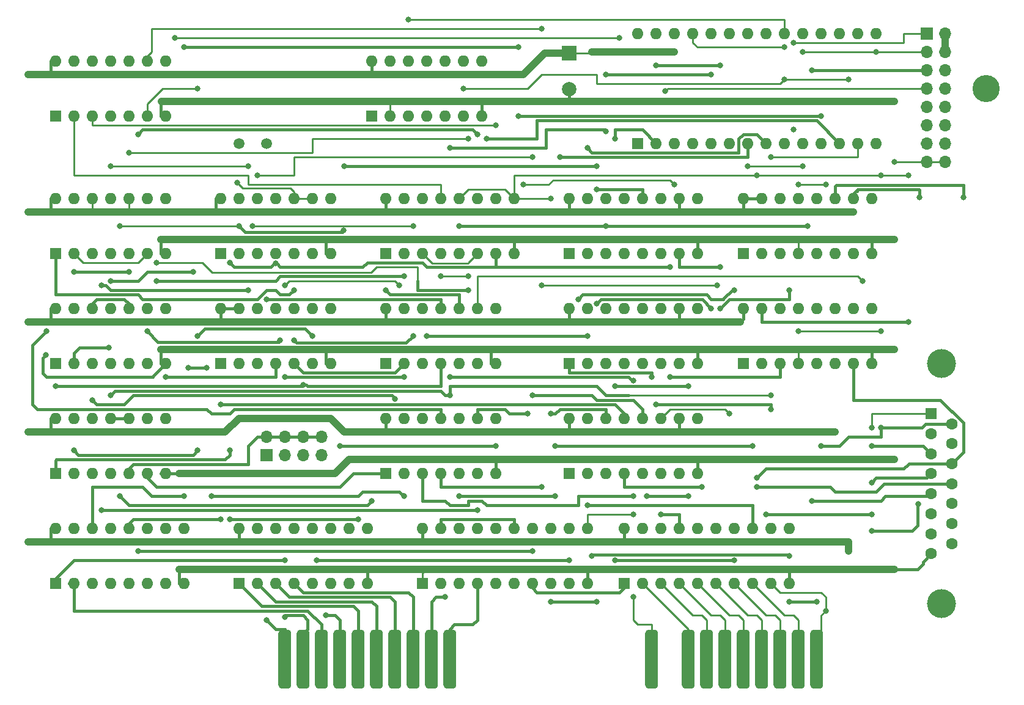
<source format=gtl>
%TF.GenerationSoftware,KiCad,Pcbnew,6.0.2+dfsg-1*%
%TF.CreationDate,2022-08-31T20:03:31-07:00*%
%TF.ProjectId,ISA-Card,4953412d-4361-4726-942e-6b696361645f,alpha*%
%TF.SameCoordinates,Original*%
%TF.FileFunction,Copper,L1,Top*%
%TF.FilePolarity,Positive*%
%FSLAX46Y46*%
G04 Gerber Fmt 4.6, Leading zero omitted, Abs format (unit mm)*
G04 Created by KiCad (PCBNEW 6.0.2+dfsg-1) date 2022-08-31 20:03:31*
%MOMM*%
%LPD*%
G01*
G04 APERTURE LIST*
G04 Aperture macros list*
%AMRoundRect*
0 Rectangle with rounded corners*
0 $1 Rounding radius*
0 $2 $3 $4 $5 $6 $7 $8 $9 X,Y pos of 4 corners*
0 Add a 4 corners polygon primitive as box body*
4,1,4,$2,$3,$4,$5,$6,$7,$8,$9,$2,$3,0*
0 Add four circle primitives for the rounded corners*
1,1,$1+$1,$2,$3*
1,1,$1+$1,$4,$5*
1,1,$1+$1,$6,$7*
1,1,$1+$1,$8,$9*
0 Add four rect primitives between the rounded corners*
20,1,$1+$1,$2,$3,$4,$5,0*
20,1,$1+$1,$4,$5,$6,$7,0*
20,1,$1+$1,$6,$7,$8,$9,0*
20,1,$1+$1,$8,$9,$2,$3,0*%
G04 Aperture macros list end*
%TA.AperFunction,ConnectorPad*%
%ADD10RoundRect,0.444500X-0.444500X-3.619500X0.444500X-3.619500X0.444500X3.619500X-0.444500X3.619500X0*%
%TD*%
%TA.AperFunction,ComponentPad*%
%ADD11C,1.600000*%
%TD*%
%TA.AperFunction,ComponentPad*%
%ADD12R,1.600000X1.600000*%
%TD*%
%TA.AperFunction,ComponentPad*%
%ADD13C,4.000000*%
%TD*%
%TA.AperFunction,ComponentPad*%
%ADD14O,1.600000X1.600000*%
%TD*%
%TA.AperFunction,WasherPad*%
%ADD15C,3.759200*%
%TD*%
%TA.AperFunction,ComponentPad*%
%ADD16R,2.000000X2.000000*%
%TD*%
%TA.AperFunction,ComponentPad*%
%ADD17C,2.000000*%
%TD*%
%TA.AperFunction,ComponentPad*%
%ADD18O,1.700000X1.700000*%
%TD*%
%TA.AperFunction,ComponentPad*%
%ADD19R,1.700000X1.700000*%
%TD*%
%TA.AperFunction,ComponentPad*%
%ADD20C,1.500000*%
%TD*%
%TA.AperFunction,ViaPad*%
%ADD21C,0.800000*%
%TD*%
%TA.AperFunction,ViaPad*%
%ADD22C,1.000000*%
%TD*%
%TA.AperFunction,Conductor*%
%ADD23C,1.000000*%
%TD*%
%TA.AperFunction,Conductor*%
%ADD24C,0.275000*%
%TD*%
%TA.AperFunction,Conductor*%
%ADD25C,0.400000*%
%TD*%
G04 APERTURE END LIST*
D10*
%TO.P,BUS1,62,SA0*%
%TO.N,/A0*%
X109220000Y-145732500D03*
%TO.P,BUS1,61,SA1*%
%TO.N,/A1*%
X111760000Y-145732500D03*
%TO.P,BUS1,60,SA2*%
%TO.N,/A2*%
X114300000Y-145732500D03*
%TO.P,BUS1,59,SA3*%
%TO.N,/A3*%
X116840000Y-145732500D03*
%TO.P,BUS1,58,SA4*%
%TO.N,/A4*%
X119380000Y-145732500D03*
%TO.P,BUS1,57,SA5*%
%TO.N,/A5*%
X121920000Y-145732500D03*
%TO.P,BUS1,56,SA6*%
%TO.N,/A6*%
X124460000Y-145732500D03*
%TO.P,BUS1,55,SA7*%
%TO.N,/A7*%
X127000000Y-145732500D03*
%TO.P,BUS1,54,SA8*%
%TO.N,/A8*%
X129540000Y-145732500D03*
%TO.P,BUS1,53,SA9*%
%TO.N,/A9*%
X132080000Y-145732500D03*
%TO.P,BUS1,42,AEN*%
%TO.N,/AEN*%
X160020000Y-145732500D03*
%TO.P,BUS1,40,SD0*%
%TO.N,/D0*%
X165100000Y-145732500D03*
%TO.P,BUS1,39,SD1*%
%TO.N,/D1*%
X167640000Y-145732500D03*
%TO.P,BUS1,38,SD2*%
%TO.N,/D2*%
X170180000Y-145732500D03*
%TO.P,BUS1,37,SD3*%
%TO.N,/D3*%
X172720000Y-145732500D03*
%TO.P,BUS1,36,SD4*%
%TO.N,/D4*%
X175260000Y-145732500D03*
%TO.P,BUS1,35,SD5*%
%TO.N,/D5*%
X177800000Y-145732500D03*
%TO.P,BUS1,34,SD6*%
%TO.N,/D6*%
X180340000Y-145732500D03*
%TO.P,BUS1,33,SD7*%
%TO.N,/D7*%
X182880000Y-145732500D03*
%TD*%
D11*
%TO.P,X3,15,P15*%
%TO.N,/M4*%
X201595000Y-129765000D03*
%TO.P,X3,14,P14*%
%TO.N,/M2*%
X201595000Y-126995000D03*
%TO.P,X3,13,P13*%
%TO.N,/Attention-*%
X201595000Y-124225000D03*
%TO.P,X3,12,P12*%
%TO.N,/Data Clock-*%
X201595000Y-121455000D03*
%TO.P,X3,11,P111*%
%TO.N,/Data-*%
X201595000Y-118685000D03*
%TO.P,X3,10,P10*%
%TO.N,/Command-*%
X201595000Y-115915000D03*
%TO.P,X3,9,P9*%
%TO.N,/Response-*%
X201595000Y-113145000D03*
%TO.P,X3,8,8*%
%TO.N,GND*%
X198755000Y-131150000D03*
%TO.P,X3,7,7*%
%TO.N,/M3*%
X198755000Y-128380000D03*
%TO.P,X3,6,6*%
%TO.N,/M1*%
X198755000Y-125610000D03*
%TO.P,X3,5,5*%
%TO.N,/Attention+*%
X198755000Y-122840000D03*
%TO.P,X3,4,4*%
%TO.N,/Data Clock+*%
X198755000Y-120070000D03*
%TO.P,X3,3,3*%
%TO.N,/Data+*%
X198755000Y-117300000D03*
%TO.P,X3,2,2*%
%TO.N,/Command+*%
X198755000Y-114530000D03*
D12*
%TO.P,X3,1,1*%
%TO.N,/Response+*%
X198755000Y-111760000D03*
D13*
%TO.P,X3,0*%
%TO.N,N/C*%
X200175000Y-104805000D03*
X200175000Y-138105000D03*
%TD*%
D14*
%TO.P,U7102,20,VCC*%
%TO.N,VCC*%
X128270000Y-127635000D03*
%TO.P,U7102,19,2OE*%
%TO.N,GND*%
X130810000Y-127635000D03*
%TO.P,U7102,18,1Y0*%
%TO.N,/A0b*%
X133350000Y-127635000D03*
%TO.P,U7102,17,2A0*%
%TO.N,/A8*%
X135890000Y-127635000D03*
%TO.P,U7102,16,1Y1*%
%TO.N,/A9b*%
X138430000Y-127635000D03*
%TO.P,U7102,15,2A1*%
%TO.N,GND*%
X140970000Y-127635000D03*
%TO.P,U7102,14,1Y2*%
%TO.N,/DMA_ACK*%
X143510000Y-127635000D03*
%TO.P,U7102,13,2A2*%
%TO.N,/~{IOR}*%
X146050000Y-127635000D03*
%TO.P,U7102,12,1Y3*%
%TO.N,/~{WR}*%
X148590000Y-127635000D03*
%TO.P,U7102,11,2A3*%
%TO.N,/AEN*%
X151130000Y-127635000D03*
%TO.P,U7102,10,GND*%
%TO.N,GND*%
X151130000Y-135255000D03*
%TO.P,U7102,9,2Y3*%
%TO.N,/AENb*%
X148590000Y-135255000D03*
%TO.P,U7102,8,1A3*%
%TO.N,/~{IOW}*%
X146050000Y-135255000D03*
%TO.P,U7102,7,2Y2*%
%TO.N,/~{RD}*%
X143510000Y-135255000D03*
%TO.P,U7102,6,1A2*%
%TO.N,/~{DACK3}*%
X140970000Y-135255000D03*
%TO.P,U7102,5,2Y1*%
%TO.N,unconnected-(U7102-Pad5)*%
X138430000Y-135255000D03*
%TO.P,U7102,4,1A1*%
%TO.N,/A9*%
X135890000Y-135255000D03*
%TO.P,U7102,3,2Y0*%
%TO.N,/A8b*%
X133350000Y-135255000D03*
%TO.P,U7102,2,1A0*%
%TO.N,/A0*%
X130810000Y-135255000D03*
D12*
%TO.P,U7102,1,1OE*%
%TO.N,GND*%
X128270000Y-135255000D03*
%TD*%
D14*
%TO.P,U7105,16,VCC*%
%TO.N,VCC*%
X77485000Y-127625000D03*
%TO.P,U7105,15,O0*%
%TO.N,Net-(TP41-Pad1)*%
X80025000Y-127625000D03*
%TO.P,U7105,14,O1*%
%TO.N,Net-(TP84-Pad1)*%
X82565000Y-127625000D03*
%TO.P,U7105,13,O2*%
%TO.N,Net-(TP26-Pad1)*%
X85105000Y-127625000D03*
%TO.P,U7105,12,O3*%
%TO.N,Net-(TP50-Pad1)*%
X87645000Y-127625000D03*
%TO.P,U7105,11,O4*%
%TO.N,Net-(TP53-Pad1)*%
X90185000Y-127625000D03*
%TO.P,U7105,10,O5*%
%TO.N,unconnected-(U7105-Pad10)*%
X92725000Y-127625000D03*
%TO.P,U7105,9,O6*%
%TO.N,unconnected-(U7105-Pad9)*%
X95265000Y-127625000D03*
%TO.P,U7105,8,GND*%
%TO.N,GND*%
X95265000Y-135245000D03*
%TO.P,U7105,7,O7*%
%TO.N,unconnected-(U7105-Pad7)*%
X92725000Y-135245000D03*
%TO.P,U7105,6,E3*%
%TO.N,VCC*%
X90185000Y-135245000D03*
%TO.P,U7105,5,E2*%
%TO.N,/IOSEL*%
X87645000Y-135245000D03*
%TO.P,U7105,4,E1*%
%TO.N,/IOACT*%
X85105000Y-135245000D03*
%TO.P,U7105,3,A2*%
%TO.N,/A3*%
X82565000Y-135245000D03*
%TO.P,U7105,2,A1*%
%TO.N,/A2*%
X80025000Y-135245000D03*
D12*
%TO.P,U7105,1,A0*%
%TO.N,/A1*%
X77485000Y-135245000D03*
%TD*%
%TO.P,U7104,1,A0*%
%TO.N,/A4*%
X102885000Y-135245000D03*
D14*
%TO.P,U7104,2,A1*%
%TO.N,/A5*%
X105425000Y-135245000D03*
%TO.P,U7104,3,A2*%
%TO.N,/A6*%
X107965000Y-135245000D03*
%TO.P,U7104,4,E1*%
%TO.N,/A7*%
X110505000Y-135245000D03*
%TO.P,U7104,5,E2*%
%TO.N,/AENb*%
X113045000Y-135245000D03*
%TO.P,U7104,6,E3*%
%TO.N,Net-(TP32-Pad1)*%
X115585000Y-135245000D03*
%TO.P,U7104,7,O7*%
%TO.N,unconnected-(U7104-Pad7)*%
X118125000Y-135245000D03*
%TO.P,U7104,8,GND*%
%TO.N,GND*%
X120665000Y-135245000D03*
%TO.P,U7104,9,O6*%
%TO.N,unconnected-(U7104-Pad9)*%
X120665000Y-127625000D03*
%TO.P,U7104,10,O5*%
%TO.N,unconnected-(U7104-Pad10)*%
X118125000Y-127625000D03*
%TO.P,U7104,11,O4*%
%TO.N,Net-(TP36-Pad1)*%
X115585000Y-127625000D03*
%TO.P,U7104,12,O3*%
%TO.N,Net-(TP35-Pad1)*%
X113045000Y-127625000D03*
%TO.P,U7104,13,O2*%
%TO.N,unconnected-(U7104-Pad13)*%
X110505000Y-127625000D03*
%TO.P,U7104,14,O1*%
%TO.N,Net-(TP34-Pad1)*%
X107965000Y-127625000D03*
%TO.P,U7104,15,O0*%
%TO.N,Net-(TP33-Pad1)*%
X105425000Y-127625000D03*
%TO.P,U7104,16,VCC*%
%TO.N,VCC*%
X102885000Y-127625000D03*
%TD*%
D15*
%TO.P,REF\u002A\u002A,*%
%TO.N,*%
X206375000Y-66675000D03*
%TD*%
D14*
%TO.P,U7112,14,VCC*%
%TO.N,VCC*%
X77465000Y-81905000D03*
%TO.P,U7112,13,~{R}*%
%TO.N,Net-(TP95-Pad1)*%
X80005000Y-81905000D03*
%TO.P,U7112,12,D*%
%TO.N,VCC*%
X82545000Y-81905000D03*
%TO.P,U7112,11,C*%
%TO.N,Net-(TP91-Pad1)*%
X85085000Y-81905000D03*
%TO.P,U7112,10,~{S}*%
%TO.N,VCC*%
X87625000Y-81905000D03*
%TO.P,U7112,9,Q*%
%TO.N,Net-(TP96-Pad1)*%
X90165000Y-81905000D03*
%TO.P,U7112,8,~{Q}*%
%TO.N,unconnected-(U7112-Pad8)*%
X92705000Y-81905000D03*
%TO.P,U7112,7,GND*%
%TO.N,GND*%
X92705000Y-89525000D03*
%TO.P,U7112,6,~{Q}*%
%TO.N,Net-(TP47-Pad1)*%
X90165000Y-89525000D03*
%TO.P,U7112,5,Q*%
%TO.N,Net-(TP94-Pad1)*%
X87625000Y-89525000D03*
%TO.P,U7112,4,~{S}*%
%TO.N,VCC*%
X85085000Y-89525000D03*
%TO.P,U7112,3,C*%
%TO.N,Net-(TP93-Pad1)*%
X82545000Y-89525000D03*
%TO.P,U7112,2,D*%
%TO.N,Net-(TP47-Pad1)*%
X80005000Y-89525000D03*
D12*
%TO.P,U7112,1,~{R}*%
%TO.N,Net-(TP41-Pad1)*%
X77465000Y-89525000D03*
%TD*%
D16*
%TO.P,C9,1*%
%TO.N,VCC*%
X148590000Y-61767323D03*
D17*
%TO.P,C9,2*%
%TO.N,GND*%
X148590000Y-66767323D03*
%TD*%
D14*
%TO.P,U7113,14,VCC*%
%TO.N,VCC*%
X100325000Y-97145000D03*
%TO.P,U7113,13,~{R}*%
X102865000Y-97145000D03*
%TO.P,U7113,12,D*%
%TO.N,GND*%
X105405000Y-97145000D03*
%TO.P,U7113,11,C*%
%TO.N,/Data Clock HV*%
X107945000Y-97145000D03*
%TO.P,U7113,10,~{S}*%
%TO.N,Net-(TP41-Pad1)*%
X110485000Y-97145000D03*
%TO.P,U7113,9,Q*%
%TO.N,Net-(TP51-Pad1)*%
X113025000Y-97145000D03*
%TO.P,U7113,8,~{Q}*%
%TO.N,unconnected-(U7113-Pad8)*%
X115565000Y-97145000D03*
%TO.P,U7113,7,GND*%
%TO.N,GND*%
X115565000Y-104765000D03*
%TO.P,U7113,6,~{Q}*%
%TO.N,unconnected-(U7113-Pad6)*%
X113025000Y-104765000D03*
%TO.P,U7113,5,Q*%
%TO.N,Net-(TP54-Pad1)*%
X110485000Y-104765000D03*
%TO.P,U7113,4,~{S}*%
%TO.N,Net-(TP45-Pad1)*%
X107945000Y-104765000D03*
%TO.P,U7113,3,C*%
%TO.N,Net-(R1-Pad1)*%
X105405000Y-104765000D03*
%TO.P,U7113,2,D*%
%TO.N,Net-(R1-Pad2)*%
X102865000Y-104765000D03*
D12*
%TO.P,U7113,1,~{R}*%
%TO.N,Net-(TP50-Pad1)*%
X100325000Y-104765000D03*
%TD*%
D14*
%TO.P,U7108,14,VCC*%
%TO.N,VCC*%
X77465000Y-97145000D03*
%TO.P,U7108,13*%
%TO.N,Net-(TP94-Pad1)*%
X80005000Y-97145000D03*
%TO.P,U7108,12*%
%TO.N,Net-(TP93-Pad1)*%
X82545000Y-97145000D03*
%TO.P,U7108,11*%
%TO.N,Net-(TP37-Pad1)*%
X85085000Y-97145000D03*
%TO.P,U7108,10*%
%TO.N,Net-(TP93-Pad1)*%
X87625000Y-97145000D03*
%TO.P,U7108,9*%
%TO.N,Net-(TP47-Pad1)*%
X90165000Y-97145000D03*
%TO.P,U7108,8*%
%TO.N,Net-(TP102-Pad1)*%
X92705000Y-97145000D03*
%TO.P,U7108,7,GND*%
%TO.N,GND*%
X92705000Y-104765000D03*
%TO.P,U7108,6*%
%TO.N,/DMA_READ*%
X90165000Y-104765000D03*
%TO.P,U7108,5*%
%TO.N,/DMA_ACK*%
X87625000Y-104765000D03*
%TO.P,U7108,4*%
%TO.N,/~{RD}*%
X85085000Y-104765000D03*
%TO.P,U7108,3*%
%TO.N,Net-(TP93-Pad1)*%
X82545000Y-104765000D03*
%TO.P,U7108,2*%
%TO.N,Net-(C4-Pad2)*%
X80005000Y-104765000D03*
D12*
%TO.P,U7108,1*%
%TO.N,/~{DTR}*%
X77465000Y-104765000D03*
%TD*%
D14*
%TO.P,U7116,16,VCC*%
%TO.N,VCC*%
X148605000Y-81915000D03*
%TO.P,U7116,15,QA*%
%TO.N,/MDB1*%
X151145000Y-81915000D03*
%TO.P,U7116,14,SER*%
%TO.N,/Data*%
X153685000Y-81915000D03*
%TO.P,U7116,13,~{OE}*%
%TO.N,Net-(TP102-Pad1)*%
X156225000Y-81915000D03*
%TO.P,U7116,12,RCLK*%
%TO.N,Net-(TP91-Pad1)*%
X158765000Y-81915000D03*
%TO.P,U7116,11,SRCLK*%
%TO.N,/Data Clock HV*%
X161305000Y-81915000D03*
%TO.P,U7116,10,~{SRCLR}*%
%TO.N,VCC*%
X163845000Y-81915000D03*
%TO.P,U7116,9,QH'*%
%TO.N,Net-(TP74-Pad1)*%
X166385000Y-81915000D03*
%TO.P,U7116,8,GND*%
%TO.N,GND*%
X166385000Y-89535000D03*
%TO.P,U7116,7,QH*%
%TO.N,/MDB8*%
X163845000Y-89535000D03*
%TO.P,U7116,6,QG*%
%TO.N,/MDB7*%
X161305000Y-89535000D03*
%TO.P,U7116,5,QF*%
%TO.N,/MDB6*%
X158765000Y-89535000D03*
%TO.P,U7116,4,QE*%
%TO.N,/MDB5*%
X156225000Y-89535000D03*
%TO.P,U7116,3,QD*%
%TO.N,/MDB4*%
X153685000Y-89535000D03*
%TO.P,U7116,2,QC*%
%TO.N,/MDB3*%
X151145000Y-89535000D03*
D12*
%TO.P,U7116,1,QB*%
%TO.N,/MDB2*%
X148605000Y-89535000D03*
%TD*%
D14*
%TO.P,U7121,16,VCC*%
%TO.N,VCC*%
X172735000Y-97145000D03*
%TO.P,U7121,15*%
%TO.N,/Attention-*%
X175275000Y-97145000D03*
%TO.P,U7121,14*%
%TO.N,/Attention+*%
X177815000Y-97145000D03*
%TO.P,U7121,13*%
%TO.N,/Attention*%
X180355000Y-97145000D03*
%TO.P,U7121,12*%
%TO.N,/CLKp3*%
X182895000Y-97145000D03*
%TO.P,U7121,11*%
%TO.N,/Response*%
X185435000Y-97145000D03*
%TO.P,U7121,10*%
%TO.N,/Response+*%
X187975000Y-97145000D03*
%TO.P,U7121,9*%
%TO.N,/Response-*%
X190515000Y-97145000D03*
%TO.P,U7121,8,GND*%
%TO.N,GND*%
X190515000Y-104765000D03*
%TO.P,U7121,7*%
%TO.N,/Data-*%
X187975000Y-104765000D03*
%TO.P,U7121,6*%
%TO.N,/Data+*%
X185435000Y-104765000D03*
%TO.P,U7121,5*%
%TO.N,/Data*%
X182895000Y-104765000D03*
%TO.P,U7121,4*%
%TO.N,GND*%
X180355000Y-104765000D03*
%TO.P,U7121,3*%
%TO.N,/Data Clock HV*%
X177815000Y-104765000D03*
%TO.P,U7121,2*%
%TO.N,/Data Clock+*%
X175275000Y-104765000D03*
D12*
%TO.P,U7121,1*%
%TO.N,/Data Clock-*%
X172735000Y-104765000D03*
%TD*%
D14*
%TO.P,U7111,14,VCC*%
%TO.N,VCC*%
X123185000Y-97155000D03*
%TO.P,U7111,13*%
%TO.N,Net-(TP97-Pad1)*%
X125725000Y-97155000D03*
%TO.P,U7111,12*%
%TO.N,Net-(TP57-Pad1)*%
X128265000Y-97155000D03*
%TO.P,U7111,11*%
%TO.N,Net-(R1-Pad1)*%
X130805000Y-97155000D03*
%TO.P,U7111,10*%
%TO.N,Net-(TP88-Pad1)*%
X133345000Y-97155000D03*
%TO.P,U7111,9*%
%TO.N,/Command*%
X135885000Y-97155000D03*
%TO.P,U7111,8*%
%TO.N,Net-(TP90-Pad1)*%
X138425000Y-97155000D03*
%TO.P,U7111,7,GND*%
%TO.N,GND*%
X138425000Y-104775000D03*
%TO.P,U7111,6*%
%TO.N,/DRQ3*%
X135885000Y-104775000D03*
%TO.P,U7111,5*%
%TO.N,Net-(TP96-Pad1)*%
X133345000Y-104775000D03*
%TO.P,U7111,4*%
%TO.N,/~{DTR}*%
X130805000Y-104775000D03*
%TO.P,U7111,3*%
%TO.N,/MDB1*%
X128265000Y-104775000D03*
%TO.P,U7111,2*%
%TO.N,Net-(TP54-Pad1)*%
X125725000Y-104775000D03*
D12*
%TO.P,U7111,1*%
%TO.N,Net-(TP26-Pad1)*%
X123185000Y-104775000D03*
%TD*%
D14*
%TO.P,U7114,14,VCC*%
%TO.N,VCC*%
X121280000Y-62855000D03*
%TO.P,U7114,13*%
%TO.N,unconnected-(U7114-Pad13)*%
X123820000Y-62855000D03*
%TO.P,U7114,12,Q0*%
%TO.N,/CLKp0*%
X126360000Y-62855000D03*
%TO.P,U7114,11,Q1*%
%TO.N,unconnected-(U7114-Pad11)*%
X128900000Y-62855000D03*
%TO.P,U7114,10*%
%TO.N,unconnected-(U7114-Pad10)*%
X131440000Y-62855000D03*
%TO.P,U7114,9,Q2*%
%TO.N,unconnected-(U7114-Pad9)*%
X133980000Y-62855000D03*
%TO.P,U7114,8*%
%TO.N,unconnected-(U7114-Pad8)*%
X136520000Y-62855000D03*
%TO.P,U7114,7,GND*%
%TO.N,GND*%
X136520000Y-70475000D03*
%TO.P,U7114,6,Q3*%
%TO.N,/CLKp3*%
X133980000Y-70475000D03*
%TO.P,U7114,5,Q4*%
%TO.N,unconnected-(U7114-Pad5)*%
X131440000Y-70475000D03*
%TO.P,U7114,4,Q5*%
%TO.N,unconnected-(U7114-Pad4)*%
X128900000Y-70475000D03*
%TO.P,U7114,3,Q6*%
%TO.N,unconnected-(U7114-Pad3)*%
X126360000Y-70475000D03*
%TO.P,U7114,2,MR*%
%TO.N,GND*%
X123820000Y-70475000D03*
D12*
%TO.P,U7114,1,~{CP}*%
%TO.N,Net-(C7-Pad1)*%
X121280000Y-70475000D03*
%TD*%
D14*
%TO.P,U7101,20,VCC*%
%TO.N,VCC*%
X156210000Y-127635000D03*
%TO.P,U7101,19,CE*%
%TO.N,Net-(TP14-Pad1)*%
X158750000Y-127635000D03*
%TO.P,U7101,18,B0*%
%TO.N,/MDB8*%
X161290000Y-127635000D03*
%TO.P,U7101,17,B1*%
%TO.N,/MDB7*%
X163830000Y-127635000D03*
%TO.P,U7101,16,B2*%
%TO.N,/MDB6*%
X166370000Y-127635000D03*
%TO.P,U7101,15,B3*%
%TO.N,/MDB5*%
X168910000Y-127635000D03*
%TO.P,U7101,14,B4*%
%TO.N,/MDB4*%
X171450000Y-127635000D03*
%TO.P,U7101,13,B5*%
%TO.N,/MDB3*%
X173990000Y-127635000D03*
%TO.P,U7101,12,B6*%
%TO.N,/MDB2*%
X176530000Y-127635000D03*
%TO.P,U7101,11,B7*%
%TO.N,/MDB1*%
X179070000Y-127635000D03*
%TO.P,U7101,10,GND*%
%TO.N,GND*%
X179070000Y-135255000D03*
%TO.P,U7101,9,A7*%
%TO.N,/D7*%
X176530000Y-135255000D03*
%TO.P,U7101,8,A6*%
%TO.N,/D6*%
X173990000Y-135255000D03*
%TO.P,U7101,7,A5*%
%TO.N,/D5*%
X171450000Y-135255000D03*
%TO.P,U7101,6,A4*%
%TO.N,/D4*%
X168910000Y-135255000D03*
%TO.P,U7101,5,A3*%
%TO.N,/D3*%
X166370000Y-135255000D03*
%TO.P,U7101,4,A2*%
%TO.N,/D2*%
X163830000Y-135255000D03*
%TO.P,U7101,3,A1*%
%TO.N,/D1*%
X161290000Y-135255000D03*
%TO.P,U7101,2,A0*%
%TO.N,/D0*%
X158750000Y-135255000D03*
D12*
%TO.P,U7101,1,A->B*%
%TO.N,/~{RD}*%
X156210000Y-135255000D03*
%TD*%
%TO.P,U7120,1*%
%TO.N,VCC*%
X172735000Y-89535000D03*
D14*
%TO.P,U7120,2*%
%TO.N,unconnected-(U7120-Pad2)*%
X175275000Y-89535000D03*
%TO.P,U7120,3*%
%TO.N,unconnected-(U7120-Pad3)*%
X177815000Y-89535000D03*
%TO.P,U7120,4*%
%TO.N,GND*%
X180355000Y-89535000D03*
%TO.P,U7120,5*%
%TO.N,unconnected-(U7120-Pad5)*%
X182895000Y-89535000D03*
%TO.P,U7120,6*%
%TO.N,unconnected-(U7120-Pad6)*%
X185435000Y-89535000D03*
%TO.P,U7120,7*%
%TO.N,VCC*%
X187975000Y-89535000D03*
%TO.P,U7120,8,GND*%
%TO.N,GND*%
X190515000Y-89535000D03*
%TO.P,U7120,9*%
%TO.N,/Command*%
X190515000Y-81915000D03*
%TO.P,U7120,10*%
%TO.N,/Command+*%
X187975000Y-81915000D03*
%TO.P,U7120,11*%
%TO.N,/Command-*%
X185435000Y-81915000D03*
%TO.P,U7120,12*%
%TO.N,GND*%
X182895000Y-81915000D03*
%TO.P,U7120,13*%
%TO.N,unconnected-(U7120-Pad13)*%
X180355000Y-81915000D03*
%TO.P,U7120,14*%
%TO.N,unconnected-(U7120-Pad14)*%
X177815000Y-81915000D03*
%TO.P,U7120,15*%
%TO.N,VCC*%
X175275000Y-81915000D03*
%TO.P,U7120,16,VCC*%
X172735000Y-81915000D03*
%TD*%
D18*
%TO.P,X2,8,Pin_8*%
%TO.N,/IOSEL*%
X114310000Y-114940000D03*
%TO.P,X2,7,Pin_7*%
%TO.N,Net-(TP36-Pad1)*%
X114310000Y-117480000D03*
%TO.P,X2,6,Pin_6*%
%TO.N,/IOSEL*%
X111770000Y-114940000D03*
%TO.P,X2,5,Pin_5*%
%TO.N,Net-(TP35-Pad1)*%
X111770000Y-117480000D03*
%TO.P,X2,4,Pin_4*%
%TO.N,/IOSEL*%
X109230000Y-114940000D03*
%TO.P,X2,3,Pin_3*%
%TO.N,Net-(TP34-Pad1)*%
X109230000Y-117480000D03*
%TO.P,X2,2,Pin_2*%
%TO.N,/IOSEL*%
X106690000Y-114940000D03*
D19*
%TO.P,X2,1,Pin_1*%
%TO.N,Net-(TP33-Pad1)*%
X106690000Y-117480000D03*
%TD*%
D14*
%TO.P,U7109,16,VCC*%
%TO.N,VCC*%
X123205000Y-81925000D03*
%TO.P,U7109,15,OEb*%
%TO.N,GND*%
X125745000Y-81925000D03*
%TO.P,U7109,14,I6*%
%TO.N,Net-(TP41-Pad1)*%
X128285000Y-81925000D03*
%TO.P,U7109,13,O6b*%
%TO.N,Net-(TP105-Pad1)*%
X130825000Y-81925000D03*
%TO.P,U7109,12,I5*%
%TO.N,/Attention*%
X133365000Y-81925000D03*
%TO.P,U7109,11,O5b*%
%TO.N,Net-(TP101-Pad1)*%
X135905000Y-81925000D03*
%TO.P,U7109,10,I4*%
%TO.N,Net-(TP103-Pad1)*%
X138445000Y-81925000D03*
%TO.P,U7109,9,O4a*%
%TO.N,/Attention*%
X140985000Y-81925000D03*
%TO.P,U7109,8,GND*%
%TO.N,GND*%
X140985000Y-89545000D03*
%TO.P,U7109,7,O3a*%
%TO.N,/Data Clock HV*%
X138445000Y-89545000D03*
%TO.P,U7109,6,I3*%
%TO.N,Net-(TP89-Pad1)*%
X135905000Y-89545000D03*
%TO.P,U7109,5,O2a*%
%TO.N,/Data*%
X133365000Y-89545000D03*
%TO.P,U7109,4,I2*%
%TO.N,Net-(TP108-Pad1)*%
X130825000Y-89545000D03*
%TO.P,U7109,3,O1a*%
%TO.N,Net-(TP89-Pad1)*%
X128285000Y-89545000D03*
%TO.P,U7109,2,I1*%
%TO.N,Net-(TP53-Pad1)*%
X125745000Y-89545000D03*
D12*
%TO.P,U7109,1,OEa*%
%TO.N,Net-(TP88-Pad1)*%
X123205000Y-89545000D03*
%TD*%
D14*
%TO.P,U7115,14,VCC*%
%TO.N,VCC*%
X77470000Y-62855000D03*
%TO.P,U7115,13*%
%TO.N,unconnected-(U7115-Pad13)*%
X80010000Y-62855000D03*
%TO.P,U7115,12,Q0*%
%TO.N,Net-(TP108-Pad1)*%
X82550000Y-62855000D03*
%TO.P,U7115,11,Q1*%
%TO.N,unconnected-(U7115-Pad11)*%
X85090000Y-62855000D03*
%TO.P,U7115,10*%
%TO.N,unconnected-(U7115-Pad10)*%
X87630000Y-62855000D03*
%TO.P,U7115,9,Q2*%
%TO.N,Net-(TP106-Pad1)*%
X90170000Y-62855000D03*
%TO.P,U7115,8*%
%TO.N,unconnected-(U7115-Pad8)*%
X92710000Y-62855000D03*
%TO.P,U7115,7,GND*%
%TO.N,GND*%
X92710000Y-70475000D03*
%TO.P,U7115,6,Q3*%
%TO.N,Net-(TP107-Pad1)*%
X90170000Y-70475000D03*
%TO.P,U7115,5,Q4*%
%TO.N,unconnected-(U7115-Pad5)*%
X87630000Y-70475000D03*
%TO.P,U7115,4,Q5*%
%TO.N,Net-(TP104-Pad1)*%
X85090000Y-70475000D03*
%TO.P,U7115,3,Q6*%
%TO.N,Net-(TP103-Pad1)*%
X82550000Y-70475000D03*
%TO.P,U7115,2,MR*%
%TO.N,Net-(TP105-Pad1)*%
X80010000Y-70475000D03*
D12*
%TO.P,U7115,1,~{CP}*%
%TO.N,Net-(TP100-Pad1)*%
X77470000Y-70475000D03*
%TD*%
D20*
%TO.P,X-TAL1,1,1*%
%TO.N,Net-(C5-Pad2)*%
X106680000Y-74295000D03*
%TO.P,X-TAL1,2,2*%
%TO.N,Net-(C6-Pad2)*%
X102880000Y-74295000D03*
%TD*%
D14*
%TO.P,U7117,16,VCC*%
%TO.N,VCC*%
X148605000Y-97145000D03*
%TO.P,U7117,15,QA*%
%TO.N,/MDB1*%
X151145000Y-97145000D03*
%TO.P,U7117,14,SER*%
%TO.N,Net-(TP74-Pad1)*%
X153685000Y-97145000D03*
%TO.P,U7117,13,~{OE}*%
%TO.N,Net-(TP37-Pad1)*%
X156225000Y-97145000D03*
%TO.P,U7117,12,RCLK*%
%TO.N,Net-(TP91-Pad1)*%
X158765000Y-97145000D03*
%TO.P,U7117,11,SRCLK*%
%TO.N,/Data Clock HV*%
X161305000Y-97145000D03*
%TO.P,U7117,10,~{SRCLR}*%
%TO.N,VCC*%
X163845000Y-97145000D03*
%TO.P,U7117,9,QH'*%
%TO.N,unconnected-(U7117-Pad9)*%
X166385000Y-97145000D03*
%TO.P,U7117,8,GND*%
%TO.N,GND*%
X166385000Y-104765000D03*
%TO.P,U7117,7,QH*%
%TO.N,/MDB8*%
X163845000Y-104765000D03*
%TO.P,U7117,6,QG*%
%TO.N,/MDB7*%
X161305000Y-104765000D03*
%TO.P,U7117,5,QF*%
%TO.N,/MDB6*%
X158765000Y-104765000D03*
%TO.P,U7117,4,QE*%
%TO.N,/MDB5*%
X156225000Y-104765000D03*
%TO.P,U7117,3,QD*%
%TO.N,/MDB4*%
X153685000Y-104765000D03*
%TO.P,U7117,2,QC*%
%TO.N,/MDB3*%
X151145000Y-104765000D03*
D12*
%TO.P,U7117,1,QB*%
%TO.N,/MDB2*%
X148605000Y-104765000D03*
%TD*%
D14*
%TO.P,U7118,16,VCC*%
%TO.N,VCC*%
X148605000Y-112385000D03*
%TO.P,U7118,15,QA*%
%TO.N,/MDB1*%
X151145000Y-112385000D03*
%TO.P,U7118,14,SER*%
%TO.N,/Attention*%
X153685000Y-112385000D03*
%TO.P,U7118,13,~{OE}*%
%TO.N,Net-(TP50-Pad1)*%
X156225000Y-112385000D03*
%TO.P,U7118,12,RCLK*%
%TO.N,Net-(TP57-Pad1)*%
X158765000Y-112385000D03*
%TO.P,U7118,11,SRCLK*%
%TO.N,Net-(TP106-Pad1)*%
X161305000Y-112385000D03*
%TO.P,U7118,10,~{SRCLR}*%
%TO.N,VCC*%
X163845000Y-112385000D03*
%TO.P,U7118,9,QH'*%
%TO.N,unconnected-(U7118-Pad9)*%
X166385000Y-112385000D03*
%TO.P,U7118,8,GND*%
%TO.N,GND*%
X166385000Y-120005000D03*
%TO.P,U7118,7,QH*%
%TO.N,/MDB8*%
X163845000Y-120005000D03*
%TO.P,U7118,6,QG*%
%TO.N,/MDB7*%
X161305000Y-120005000D03*
%TO.P,U7118,5,QF*%
%TO.N,/MDB6*%
X158765000Y-120005000D03*
%TO.P,U7118,4,QE*%
%TO.N,/MDB5*%
X156225000Y-120005000D03*
%TO.P,U7118,3,QD*%
%TO.N,/MDB4*%
X153685000Y-120005000D03*
%TO.P,U7118,2,QC*%
%TO.N,/MDB3*%
X151145000Y-120005000D03*
D12*
%TO.P,U7118,1,QB*%
%TO.N,/MDB2*%
X148605000Y-120005000D03*
%TD*%
D18*
%TO.P,X5,16,Pin_16*%
%TO.N,GND*%
X200660000Y-76835000D03*
%TO.P,X5,15,Pin_15*%
X198120000Y-76835000D03*
%TO.P,X5,14,Pin_14*%
%TO.N,unconnected-(X5-Pad14)*%
X200660000Y-74295000D03*
%TO.P,X5,13,Pin_13*%
%TO.N,unconnected-(X5-Pad13)*%
X198120000Y-74295000D03*
%TO.P,X5,12,Pin_12*%
%TO.N,unconnected-(X5-Pad12)*%
X200660000Y-71755000D03*
%TO.P,X5,11,Pin_11*%
%TO.N,unconnected-(X5-Pad11)*%
X198120000Y-71755000D03*
%TO.P,X5,10,Pin_10*%
%TO.N,unconnected-(X5-Pad10)*%
X200660000Y-69215000D03*
%TO.P,X5,9,Pin_9*%
%TO.N,/Attention*%
X198120000Y-69215000D03*
%TO.P,X5,8,Pin_8*%
%TO.N,unconnected-(X5-Pad8)*%
X200660000Y-66675000D03*
%TO.P,X5,7,Pin_7*%
%TO.N,/Data Clock HV*%
X198120000Y-66675000D03*
%TO.P,X5,6,Pin_6*%
%TO.N,unconnected-(X5-Pad6)*%
X200660000Y-64135000D03*
%TO.P,X5,5,Pin_5*%
%TO.N,/Data*%
X198120000Y-64135000D03*
%TO.P,X5,4,Pin_4*%
%TO.N,GND*%
X200660000Y-61595000D03*
%TO.P,X5,3,Pin_3*%
%TO.N,/Command*%
X198120000Y-61595000D03*
%TO.P,X5,2,Pin_2*%
%TO.N,GND*%
X200660000Y-59055000D03*
D19*
%TO.P,X5,1,Pin_1*%
%TO.N,/Response*%
X198120000Y-59055000D03*
%TD*%
D14*
%TO.P,U7106,14,VCC*%
%TO.N,VCC*%
X123185000Y-112385000D03*
%TO.P,U7106,13*%
%TO.N,Net-(TP47-Pad1)*%
X125725000Y-112385000D03*
%TO.P,U7106,12*%
%TO.N,Net-(TP41-Pad1)*%
X128265000Y-112385000D03*
%TO.P,U7106,11*%
%TO.N,Net-(TP95-Pad1)*%
X130805000Y-112385000D03*
%TO.P,U7106,10*%
%TO.N,/A8b*%
X133345000Y-112385000D03*
%TO.P,U7106,9*%
%TO.N,/A9b*%
X135885000Y-112385000D03*
%TO.P,U7106,8*%
%TO.N,Net-(TP32-Pad1)*%
X138425000Y-112385000D03*
%TO.P,U7106,7,GND*%
%TO.N,GND*%
X138425000Y-120005000D03*
%TO.P,U7106,6*%
%TO.N,/IOACT*%
X135885000Y-120005000D03*
%TO.P,U7106,5*%
%TO.N,/~{WR}*%
X133345000Y-120005000D03*
%TO.P,U7106,4*%
%TO.N,/~{RD}*%
X130805000Y-120005000D03*
%TO.P,U7106,3*%
%TO.N,Net-(TP14-Pad1)*%
X128265000Y-120005000D03*
%TO.P,U7106,2*%
%TO.N,Net-(TP93-Pad1)*%
X125725000Y-120005000D03*
D12*
%TO.P,U7106,1*%
%TO.N,Net-(TP56-Pad1)*%
X123185000Y-120005000D03*
%TD*%
D14*
%TO.P,U7119,28,D1*%
%TO.N,/MDB7*%
X158100000Y-59060000D03*
%TO.P,U7119,27,D0*%
%TO.N,/MDB8*%
X160640000Y-59060000D03*
%TO.P,U7119,26,Vcc*%
%TO.N,VCC*%
X163180000Y-59060000D03*
%TO.P,U7119,25,~{RXC}*%
%TO.N,/CLKp3*%
X165720000Y-59060000D03*
%TO.P,U7119,24,~{DTR}*%
%TO.N,/~{DTR}*%
X168260000Y-59060000D03*
%TO.P,U7119,23,~{RTS}*%
%TO.N,Net-(TP86-Pad1)*%
X170800000Y-59060000D03*
%TO.P,U7119,22,~{DSR}*%
%TO.N,/Attention*%
X173340000Y-59060000D03*
%TO.P,U7119,21,RESET*%
%TO.N,/RESETDRV*%
X175880000Y-59060000D03*
%TO.P,U7119,20,CLK*%
%TO.N,/CLKp0*%
X178420000Y-59060000D03*
%TO.P,U7119,19,TXD*%
%TO.N,/Command*%
X180960000Y-59060000D03*
%TO.P,U7119,18,TXE*%
%TO.N,unconnected-(U7119-Pad18)*%
X183500000Y-59060000D03*
%TO.P,U7119,17,~{CTS}*%
%TO.N,GND*%
X186040000Y-59060000D03*
%TO.P,U7119,16,SYNDET*%
%TO.N,unconnected-(U7119-Pad16)*%
X188580000Y-59060000D03*
%TO.P,U7119,15,TXRDY*%
%TO.N,unconnected-(U7119-Pad15)*%
X191120000Y-59060000D03*
%TO.P,U7119,14,RXRDY*%
%TO.N,unconnected-(U7119-Pad14)*%
X191120000Y-74300000D03*
%TO.P,U7119,13,~{RD}*%
%TO.N,/~{RD}*%
X188580000Y-74300000D03*
%TO.P,U7119,12,C/~{D}*%
%TO.N,/A0b*%
X186040000Y-74300000D03*
%TO.P,U7119,11,~{CS}*%
%TO.N,Net-(TP84-Pad1)*%
X183500000Y-74300000D03*
%TO.P,U7119,10,~{WR}*%
%TO.N,/~{WR}*%
X180960000Y-74300000D03*
%TO.P,U7119,9,~{TXC}*%
%TO.N,/CLKp3*%
X178420000Y-74300000D03*
%TO.P,U7119,8,D7*%
%TO.N,/MDB1*%
X175880000Y-74300000D03*
%TO.P,U7119,7,D6*%
%TO.N,/MDB2*%
X173340000Y-74300000D03*
%TO.P,U7119,6,D5*%
%TO.N,/MDB3*%
X170800000Y-74300000D03*
%TO.P,U7119,5,D4*%
%TO.N,/MDB4*%
X168260000Y-74300000D03*
%TO.P,U7119,4,GND*%
%TO.N,GND*%
X165720000Y-74300000D03*
%TO.P,U7119,3,RXD*%
%TO.N,Net-(TP90-Pad1)*%
X163180000Y-74300000D03*
%TO.P,U7119,2,D3*%
%TO.N,/MDB5*%
X160640000Y-74300000D03*
D12*
%TO.P,U7119,1,D2*%
%TO.N,/MDB6*%
X158100000Y-74300000D03*
%TD*%
D14*
%TO.P,U7110,14,VCC*%
%TO.N,VCC*%
X100325000Y-81905000D03*
%TO.P,U7110,13*%
%TO.N,Net-(TP104-Pad1)*%
X102865000Y-81905000D03*
%TO.P,U7110,12*%
%TO.N,Net-(TP57-Pad1)*%
X105405000Y-81905000D03*
%TO.P,U7110,11*%
%TO.N,Net-(C5-Pad2)*%
X107945000Y-81905000D03*
%TO.P,U7110,10*%
%TO.N,Net-(C6-Pad2)*%
X110485000Y-81905000D03*
%TO.P,U7110,9*%
X113025000Y-81905000D03*
%TO.P,U7110,8*%
%TO.N,Net-(R3-Pad2)*%
X115565000Y-81905000D03*
%TO.P,U7110,7,GND*%
%TO.N,GND*%
X115565000Y-89525000D03*
%TO.P,U7110,6*%
%TO.N,Net-(TP88-Pad1)*%
X113025000Y-89525000D03*
%TO.P,U7110,5*%
%TO.N,/~{DTR}*%
X110485000Y-89525000D03*
%TO.P,U7110,4*%
%TO.N,Net-(TP97-Pad1)*%
X107945000Y-89525000D03*
%TO.P,U7110,3*%
%TO.N,Net-(TP86-Pad1)*%
X105405000Y-89525000D03*
%TO.P,U7110,2*%
%TO.N,Net-(TP91-Pad1)*%
X102865000Y-89525000D03*
D12*
%TO.P,U7110,1*%
%TO.N,Net-(TP107-Pad1)*%
X100325000Y-89525000D03*
%TD*%
D14*
%TO.P,U7107,14,VCC*%
%TO.N,VCC*%
X77465000Y-112385000D03*
%TO.P,U7107,13*%
%TO.N,Net-(TP51-Pad1)*%
X80005000Y-112385000D03*
%TO.P,U7107,12*%
%TO.N,Net-(TP86-Pad1)*%
X82545000Y-112385000D03*
%TO.P,U7107,11*%
%TO.N,Net-(TP44-Pad1)*%
X85085000Y-112385000D03*
%TO.P,U7107,10*%
X87625000Y-112385000D03*
%TO.P,U7107,9*%
%TO.N,Net-(TP101-Pad1)*%
X90165000Y-112385000D03*
%TO.P,U7107,8*%
%TO.N,Net-(TP45-Pad1)*%
X92705000Y-112385000D03*
%TO.P,U7107,7,GND*%
%TO.N,GND*%
X92705000Y-120005000D03*
%TO.P,U7107,6*%
%TO.N,Net-(TP56-Pad1)*%
X90165000Y-120005000D03*
%TO.P,U7107,5*%
%TO.N,/IOSEL*%
X87625000Y-120005000D03*
%TO.P,U7107,4*%
%TO.N,/IOACT*%
X85085000Y-120005000D03*
%TO.P,U7107,3*%
%TO.N,Net-(TP100-Pad1)*%
X82545000Y-120005000D03*
%TO.P,U7107,2*%
%TO.N,Net-(TP51-Pad1)*%
X80005000Y-120005000D03*
D12*
%TO.P,U7107,1*%
%TO.N,/Data Clock HV*%
X77465000Y-120005000D03*
%TD*%
D21*
%TO.N,/A0*%
X106680000Y-140335000D03*
%TO.N,/A1*%
X109220000Y-132080000D03*
X109220000Y-139889500D03*
%TO.N,/A3*%
X119380000Y-126365000D03*
X114935000Y-139700000D03*
X101600000Y-126365000D03*
%TO.N,/A8*%
X131445000Y-137160000D03*
%TO.N,/AEN*%
X157480000Y-125730000D03*
X157480000Y-137160000D03*
%TO.N,/D7*%
X184150000Y-139065000D03*
%TO.N,/~{IOW}*%
X152400000Y-137795000D03*
X146050000Y-137795000D03*
%TO.N,GND*%
X193675000Y-102870000D03*
X170434000Y-118110000D03*
X125730000Y-87630000D03*
X138430000Y-118110000D03*
X106680000Y-87630000D03*
X110324166Y-68491834D03*
X100495834Y-68491834D03*
X136436834Y-68491834D03*
X184150000Y-102870000D03*
X185966834Y-68491834D03*
X182880000Y-87630000D03*
X193675000Y-87630000D03*
X165646834Y-68491834D03*
X193675000Y-76835000D03*
X185166000Y-118110000D03*
X193675000Y-118110000D03*
X99314000Y-87630000D03*
X178562000Y-118110000D03*
X185674000Y-133350000D03*
X193675000Y-68580000D03*
X119126000Y-87630000D03*
X138430000Y-102870000D03*
X76157265Y-103601396D03*
X193675000Y-133350000D03*
X130810000Y-133350000D03*
D22*
%TO.N,VCC*%
X180975000Y-129540000D03*
D21*
X73660000Y-99060000D03*
D22*
X85090000Y-83820000D03*
X172720000Y-83820000D03*
X187325000Y-130810000D03*
D21*
X73660000Y-64770000D03*
D22*
X187960000Y-83820000D03*
D21*
X73660000Y-114300000D03*
X73660000Y-129540000D03*
D22*
X185420000Y-114300000D03*
X90170000Y-129540000D03*
X163195000Y-61595000D03*
X100840989Y-83820000D03*
X139700000Y-99060000D03*
X177800000Y-129540000D03*
X139354500Y-114300000D03*
D21*
X73660000Y-83820000D03*
D22*
X137922000Y-64770000D03*
D21*
%TO.N,/RESETDRV*%
X179070000Y-94615000D03*
X182880000Y-137795000D03*
X169545000Y-97155000D03*
X179070000Y-137795000D03*
%TO.N,Net-(C4-Pad2)*%
X84836000Y-102616000D03*
%TO.N,Net-(C6-Pad2)*%
X102616000Y-79756000D03*
%TO.N,/Response-*%
X191770000Y-113665000D03*
X183515000Y-116205000D03*
%TO.N,/Data-*%
X174625000Y-120650000D03*
%TO.N,/Data Clock-*%
X174625000Y-121920000D03*
%TO.N,/Attention-*%
X195580000Y-99060000D03*
X190500000Y-128016000D03*
X196925000Y-124300000D03*
%TO.N,/Response+*%
X190500000Y-113665000D03*
%TO.N,/Data+*%
X190500000Y-116205000D03*
%TO.N,/Data Clock+*%
X190500000Y-125730000D03*
X175895000Y-125730000D03*
X190500000Y-121285000D03*
%TO.N,/Attention+*%
X182245000Y-123825000D03*
%TO.N,/MDB1*%
X151130000Y-74930000D03*
X151130000Y-100965000D03*
X151765000Y-131445000D03*
X179070000Y-131445000D03*
X128905000Y-100965000D03*
%TO.N,/MDB2*%
X147320000Y-76200000D03*
X176530000Y-111125000D03*
X160655000Y-110490000D03*
X160020000Y-106680000D03*
%TO.N,/MDB3*%
X171450000Y-94615000D03*
X151130000Y-124460000D03*
X149860000Y-95885000D03*
%TO.N,/MDB4*%
X168275000Y-97155000D03*
X152414999Y-96499782D03*
X154940000Y-132080000D03*
X171450000Y-132080000D03*
%TO.N,/MDB5*%
X154940000Y-73660000D03*
X167005000Y-121920000D03*
%TO.N,/MDB6*%
X159385000Y-123190000D03*
X165100000Y-123190000D03*
%TO.N,/MDB7*%
X161290000Y-125730000D03*
%TO.N,/MDB8*%
X169545000Y-91440000D03*
X169545000Y-63500000D03*
X160655000Y-63500000D03*
%TO.N,/A0b*%
X137160000Y-73660000D03*
%TO.N,Net-(TP84-Pad1)*%
X95250000Y-123190000D03*
X141605000Y-60960000D03*
X95250000Y-60960000D03*
X183515000Y-70485000D03*
X141605000Y-70485000D03*
%TO.N,Net-(TP93-Pad1)*%
X124460000Y-109665500D03*
X82550000Y-109855000D03*
%TO.N,Net-(TP95-Pad1)*%
X76200000Y-100330000D03*
%TO.N,/Data Clock HV*%
X101600000Y-90805000D03*
X162560000Y-91440000D03*
X161925000Y-67056000D03*
X101600000Y-116840000D03*
X107950564Y-90949492D03*
%TO.N,/CLKp3*%
X133985000Y-66675000D03*
%TO.N,/Data Clock HV*%
X162560000Y-106680000D03*
%TO.N,Net-(TP101-Pad1)*%
X135890000Y-73025000D03*
X88900000Y-73025000D03*
%TO.N,Net-(TP86-Pad1)*%
X83820000Y-93980000D03*
X104140000Y-94615000D03*
%TO.N,/~{DTR}*%
X132080000Y-74930000D03*
X168275000Y-64770000D03*
X77470000Y-107950000D03*
X111760000Y-107770980D03*
X153670000Y-64770000D03*
X153670000Y-72579500D03*
%TO.N,Net-(TP102-Pad1)*%
X155575000Y-59690000D03*
X93980000Y-59690000D03*
%TO.N,Net-(TP94-Pad1)*%
X80010000Y-92075000D03*
X87630000Y-92075000D03*
%TO.N,Net-(TP88-Pad1)*%
X123190000Y-94615000D03*
%TO.N,Net-(TP108-Pad1)*%
X134620000Y-73660000D03*
X130810000Y-92710000D03*
X87630000Y-75565000D03*
X134620000Y-92710000D03*
%TO.N,/Data*%
X133350000Y-85725000D03*
X181610000Y-85725000D03*
X182245000Y-64135000D03*
X153670000Y-85725000D03*
%TO.N,/Attention*%
X195580000Y-78740000D03*
X174625000Y-78740000D03*
X146050000Y-81915000D03*
X191770000Y-100330000D03*
X146050000Y-111760000D03*
X180340000Y-100330000D03*
X191770000Y-78740000D03*
%TO.N,Net-(TP103-Pad1)*%
X138430000Y-71755000D03*
%TO.N,Net-(TP107-Pad1)*%
X97155000Y-66675000D03*
%TO.N,Net-(R1-Pad1)*%
X106680000Y-95885000D03*
%TO.N,Net-(TP97-Pad1)*%
X125095000Y-93980000D03*
X109220000Y-93980000D03*
%TO.N,Net-(TP104-Pad1)*%
X85090000Y-77470000D03*
X104140000Y-77470000D03*
%TO.N,Net-(TP96-Pad1)*%
X91440000Y-90805000D03*
X134620000Y-94615000D03*
%TO.N,Net-(TP90-Pad1)*%
X163195000Y-80010000D03*
X142240000Y-80010000D03*
%TO.N,/Command*%
X189230000Y-93345000D03*
X191135000Y-61595000D03*
X180975000Y-61595000D03*
%TO.N,Net-(TP91-Pad1)*%
X152400000Y-80645000D03*
X117348000Y-86360000D03*
X152400000Y-77470000D03*
X86360000Y-85725000D03*
X117475000Y-77470000D03*
X102870000Y-85725000D03*
%TO.N,/CLKp0*%
X126365000Y-57150000D03*
%TO.N,Net-(TP106-Pad1)*%
X144780000Y-93980000D03*
X169099500Y-93980000D03*
X144780000Y-58420000D03*
X170815000Y-111760000D03*
%TO.N,Net-(TP74-Pad1)*%
X165100000Y-107950000D03*
X154940000Y-107950000D03*
%TO.N,/CLKp3*%
X178435000Y-60960000D03*
X178435000Y-65405000D03*
X187325000Y-65405000D03*
%TO.N,/Command+*%
X197104000Y-81788000D03*
%TO.N,/Command-*%
X203200000Y-81788000D03*
%TO.N,/Response*%
X180340000Y-80010000D03*
X179705000Y-60325000D03*
X184150000Y-80010000D03*
X179705000Y-72390000D03*
%TO.N,Net-(TP14-Pad1)*%
X157480000Y-123190000D03*
%TO.N,/AENb*%
X113665000Y-132080000D03*
X148590000Y-132080000D03*
%TO.N,/~{RD}*%
X144780000Y-121920000D03*
X176530000Y-109220000D03*
X176530000Y-76200000D03*
X132080000Y-109220000D03*
X85090000Y-109220000D03*
%TO.N,/A9b*%
X142875000Y-111760000D03*
%TO.N,Net-(TP26-Pad1)*%
X121285000Y-123825000D03*
X86360000Y-123190000D03*
%TO.N,Net-(TP32-Pad1)*%
X138430000Y-116205000D03*
X116840000Y-116205000D03*
%TO.N,Net-(TP37-Pad1)*%
X157480000Y-107125500D03*
X96520000Y-92075000D03*
X99060000Y-123190000D03*
X98425000Y-105410000D03*
X85090000Y-93345000D03*
X132080000Y-106680000D03*
X95885000Y-105410000D03*
X125730000Y-123190000D03*
%TO.N,/IOACT*%
X135890000Y-125095000D03*
X83820000Y-125095000D03*
%TO.N,Net-(TP41-Pad1)*%
X110490000Y-94615000D03*
X110490000Y-101600000D03*
X127000000Y-100965000D03*
%TO.N,/DMA_ACK*%
X88900000Y-130810000D03*
X143510000Y-130810000D03*
%TO.N,Net-(TP45-Pad1)*%
X92710000Y-106680000D03*
%TO.N,Net-(TP47-Pad1)*%
X108585000Y-101600000D03*
X125730000Y-106680000D03*
X109220000Y-106680000D03*
X90170000Y-100330000D03*
%TO.N,Net-(TP50-Pad1)*%
X100330000Y-126365000D03*
X100330000Y-110490000D03*
%TO.N,Net-(TP51-Pad1)*%
X113030000Y-100965000D03*
X80010000Y-116840000D03*
X97155000Y-100965000D03*
X97155000Y-116840000D03*
%TO.N,Net-(TP53-Pad1)*%
X91440000Y-93345000D03*
X125730000Y-92710000D03*
%TO.N,/~{WR}*%
X133350000Y-123190000D03*
X173355000Y-77470000D03*
X180975000Y-77470000D03*
X146685000Y-123190000D03*
X146685000Y-116205000D03*
X173990000Y-116205000D03*
%TO.N,Net-(TP57-Pad1)*%
X105410000Y-78740000D03*
X143510000Y-109220000D03*
X143510000Y-76200000D03*
X104775000Y-85725000D03*
X127000000Y-85725000D03*
%TD*%
D23*
%TO.N,GND*%
X200660000Y-61595000D02*
X200660000Y-59055000D01*
D24*
%TO.N,/CLKp3*%
X187325000Y-65405000D02*
X178435000Y-65405000D01*
X133985000Y-66675000D02*
X142875000Y-66675000D01*
X142875000Y-66675000D02*
X144780000Y-64770000D01*
X144780000Y-64770000D02*
X152400000Y-64770000D01*
X152400000Y-64770000D02*
X152400000Y-66040000D01*
X152400000Y-66040000D02*
X177800000Y-66040000D01*
X177800000Y-66040000D02*
X178435000Y-65405000D01*
%TO.N,/Data Clock HV*%
X198120000Y-66675000D02*
X162306000Y-66675000D01*
X162306000Y-66675000D02*
X161925000Y-67056000D01*
D25*
%TO.N,Net-(TP44-Pad1)*%
X87625000Y-112385000D02*
X85085000Y-112385000D01*
%TO.N,VCC*%
X102865000Y-97145000D02*
X100325000Y-97145000D01*
%TO.N,/A0*%
X107950000Y-141605000D02*
X106680000Y-140335000D01*
X109220000Y-141605000D02*
X107950000Y-141605000D01*
X109220000Y-145732500D02*
X109220000Y-141605000D01*
%TO.N,/A1*%
X112395000Y-140335000D02*
X111760000Y-139700000D01*
X77485000Y-134610000D02*
X77485000Y-135245000D01*
X111760000Y-139700000D02*
X111125000Y-139700000D01*
X112395000Y-141605000D02*
X112395000Y-140335000D01*
X109220000Y-132080000D02*
X80015000Y-132080000D01*
X109409500Y-139700000D02*
X109220000Y-139889500D01*
X80015000Y-132080000D02*
X77485000Y-134610000D01*
X111125000Y-139700000D02*
X109409500Y-139700000D01*
X111760000Y-142240000D02*
X112395000Y-141605000D01*
X111760000Y-145732500D02*
X111760000Y-142240000D01*
%TO.N,/A2*%
X112395000Y-139065000D02*
X80010000Y-139065000D01*
X80010000Y-139065000D02*
X80025000Y-139050000D01*
X114300000Y-145732500D02*
X114300000Y-140970000D01*
X114300000Y-140970000D02*
X112395000Y-139065000D01*
X80025000Y-139050000D02*
X80025000Y-135245000D01*
X80010000Y-135865000D02*
X79390000Y-135245000D01*
%TO.N,/A3*%
X119380000Y-126365000D02*
X101600000Y-126365000D01*
X116205000Y-139700000D02*
X114935000Y-139700000D01*
X116840000Y-140335000D02*
X116205000Y-139700000D01*
X116840000Y-145732500D02*
X116840000Y-140335000D01*
%TO.N,/A4*%
X106045000Y-138430000D02*
X102870000Y-135255000D01*
X118745000Y-138430000D02*
X106045000Y-138430000D01*
X102870000Y-135255000D02*
X102870000Y-135245000D01*
X119380000Y-145732500D02*
X119380000Y-139065000D01*
X119380000Y-139065000D02*
X118745000Y-138430000D01*
%TO.N,/A5*%
X121285000Y-137795000D02*
X107950000Y-137795000D01*
X121920000Y-138430000D02*
X121285000Y-137795000D01*
X107950000Y-137795000D02*
X107950000Y-137785000D01*
X107950000Y-137785000D02*
X105410000Y-135245000D01*
X121920000Y-145732500D02*
X121920000Y-138430000D01*
%TO.N,/A6*%
X109855000Y-137160000D02*
X109855000Y-137150000D01*
X124460000Y-137795000D02*
X123825000Y-137160000D01*
X124460000Y-145732500D02*
X124460000Y-137795000D01*
X109855000Y-137150000D02*
X107950000Y-135245000D01*
X123825000Y-137160000D02*
X109855000Y-137160000D01*
%TO.N,/A7*%
X127000000Y-137160000D02*
X126365000Y-136525000D01*
X111760000Y-136515000D02*
X110490000Y-135245000D01*
X111760000Y-136525000D02*
X111760000Y-136515000D01*
X126365000Y-136525000D02*
X111760000Y-136525000D01*
X127000000Y-145732500D02*
X127000000Y-137160000D01*
%TO.N,/A8*%
X129540000Y-145732500D02*
X129540000Y-137795000D01*
X129540000Y-137795000D02*
X130175000Y-137160000D01*
X130175000Y-137160000D02*
X131445000Y-137160000D01*
%TO.N,/A9*%
X132715000Y-140970000D02*
X135255000Y-140970000D01*
X132080000Y-141605000D02*
X132715000Y-140970000D01*
X135890000Y-140335000D02*
X135890000Y-135255000D01*
X132080000Y-145732500D02*
X132080000Y-141605000D01*
X135255000Y-140970000D02*
X135890000Y-140335000D01*
D24*
%TO.N,/AEN*%
X157480000Y-125730000D02*
X151130000Y-125730000D01*
X157480000Y-140335000D02*
X157480000Y-137160000D01*
X160020000Y-140970000D02*
X158115000Y-140970000D01*
X158115000Y-140970000D02*
X157480000Y-140335000D01*
X160020000Y-145732500D02*
X160020000Y-140970000D01*
X151130000Y-125730000D02*
X151130000Y-127635000D01*
%TO.N,/D0*%
X165100000Y-145732500D02*
X165100000Y-141605000D01*
X165100000Y-141605000D02*
X158750000Y-135255000D01*
%TO.N,/D1*%
X167005000Y-139700000D02*
X165735000Y-139700000D01*
X167640000Y-145732500D02*
X167640000Y-140335000D01*
X167640000Y-140335000D02*
X167005000Y-139700000D01*
X165735000Y-139700000D02*
X161290000Y-135255000D01*
%TO.N,/D2*%
X169545000Y-139700000D02*
X168275000Y-139700000D01*
X168275000Y-139700000D02*
X163830000Y-135255000D01*
X170180000Y-140335000D02*
X169545000Y-139700000D01*
X170180000Y-145732500D02*
X170180000Y-140335000D01*
%TO.N,/D3*%
X172085000Y-139700000D02*
X170815000Y-139700000D01*
X170815000Y-139700000D02*
X166370000Y-135255000D01*
X172720000Y-145732500D02*
X172720000Y-140335000D01*
X172720000Y-140335000D02*
X172085000Y-139700000D01*
%TO.N,/D4*%
X174625000Y-139700000D02*
X173355000Y-139700000D01*
X175260000Y-145732500D02*
X175260000Y-140335000D01*
X173355000Y-139700000D02*
X168910000Y-135255000D01*
X175260000Y-140335000D02*
X174625000Y-139700000D01*
%TO.N,/D5*%
X177800000Y-145732500D02*
X177800000Y-140335000D01*
X177165000Y-139700000D02*
X175895000Y-139700000D01*
X175895000Y-139700000D02*
X171450000Y-135255000D01*
X177800000Y-140335000D02*
X177165000Y-139700000D01*
%TO.N,/D6*%
X179705000Y-139700000D02*
X178435000Y-139700000D01*
X180340000Y-140335000D02*
X179705000Y-139700000D01*
X178435000Y-139700000D02*
X173990000Y-135255000D01*
X180340000Y-145732500D02*
X180340000Y-140335000D01*
%TO.N,/D7*%
X183515000Y-139700000D02*
X183515000Y-145097500D01*
X176530000Y-135255000D02*
X177800000Y-136525000D01*
X184150000Y-137160000D02*
X184150000Y-139065000D01*
X177800000Y-136525000D02*
X183515000Y-136525000D01*
X183515000Y-136525000D02*
X184150000Y-137160000D01*
X183515000Y-145097500D02*
X182880000Y-145732500D01*
X184150000Y-139065000D02*
X183515000Y-139700000D01*
D25*
%TO.N,/~{IOW}*%
X152400000Y-137795000D02*
X146050000Y-137795000D01*
%TO.N,GND*%
X114930000Y-102875000D02*
X114935000Y-102870000D01*
D24*
X180355000Y-89535000D02*
X180355000Y-87645000D01*
D25*
X166385000Y-102885000D02*
X166370000Y-102870000D01*
X75692000Y-104066661D02*
X75692000Y-106172000D01*
D23*
X190500000Y-102870000D02*
X193675000Y-102870000D01*
D25*
X166385000Y-104765000D02*
X166385000Y-102885000D01*
X120650000Y-135245000D02*
X120650000Y-133350000D01*
X140970000Y-127635000D02*
X140970000Y-126365000D01*
X137790000Y-104775000D02*
X137790000Y-102875000D01*
D23*
X118110000Y-118110000D02*
X138430000Y-118110000D01*
X193675000Y-68491834D02*
X185966834Y-68491834D01*
D25*
X76157265Y-103601396D02*
X75692000Y-104066661D01*
X75692000Y-106172000D02*
X76200000Y-106680000D01*
D23*
X185674000Y-133350000D02*
X179070000Y-133350000D01*
D25*
X94605000Y-120005000D02*
X92070000Y-120005000D01*
X92070000Y-68585000D02*
X92163166Y-68491834D01*
D23*
X180340000Y-87630000D02*
X166370000Y-87630000D01*
D25*
X92070000Y-102875000D02*
X92075000Y-102870000D01*
X136520000Y-68575000D02*
X136436834Y-68491834D01*
X196850000Y-133350000D02*
X193675000Y-133350000D01*
D23*
X166370000Y-118110000D02*
X138430000Y-118110000D01*
D25*
X179070000Y-135255000D02*
X179070000Y-133350000D01*
X92070000Y-104765000D02*
X92070000Y-102875000D01*
D23*
X120650000Y-133350000D02*
X94615000Y-133350000D01*
X123913166Y-68491834D02*
X110324166Y-68491834D01*
X114935000Y-87630000D02*
X106680000Y-87630000D01*
D25*
X137790000Y-102875000D02*
X137795000Y-102870000D01*
X114930000Y-89525000D02*
X114930000Y-87635000D01*
D23*
X130810000Y-133350000D02*
X128778000Y-133350000D01*
D25*
X92070000Y-87635000D02*
X92075000Y-87630000D01*
D23*
X140970000Y-87630000D02*
X125730000Y-87630000D01*
X114935000Y-102870000D02*
X137795000Y-102870000D01*
X100495834Y-68491834D02*
X92163166Y-68491834D01*
X166370000Y-102870000D02*
X180594000Y-102870000D01*
D25*
X94615000Y-120015000D02*
X94605000Y-120005000D01*
X197612000Y-132293000D02*
X197612000Y-132588000D01*
X190515000Y-87645000D02*
X190500000Y-87630000D01*
D24*
X198120000Y-76835000D02*
X193675000Y-76835000D01*
D23*
X125730000Y-87630000D02*
X119126000Y-87630000D01*
X193675000Y-118110000D02*
X185166000Y-118110000D01*
D24*
X180355000Y-87645000D02*
X180340000Y-87630000D01*
D23*
X165646834Y-68491834D02*
X148501834Y-68491834D01*
D25*
X114930000Y-87635000D02*
X114935000Y-87630000D01*
D24*
X128270000Y-133858000D02*
X128778000Y-133350000D01*
D25*
X92070000Y-89525000D02*
X92070000Y-87635000D01*
D23*
X179070000Y-133350000D02*
X151130000Y-133350000D01*
X137795000Y-102870000D02*
X138430000Y-102870000D01*
D25*
X90932000Y-106538000D02*
X92705000Y-104765000D01*
X166385000Y-118125000D02*
X166370000Y-118110000D01*
X94630000Y-135245000D02*
X94630000Y-133365000D01*
X140985000Y-89545000D02*
X140985000Y-87645000D01*
D23*
X185166000Y-118110000D02*
X178562000Y-118110000D01*
D24*
X123820000Y-68585000D02*
X123913166Y-68491834D01*
D23*
X94615000Y-120015000D02*
X116205000Y-120015000D01*
X128778000Y-133350000D02*
X120650000Y-133350000D01*
X138430000Y-102870000D02*
X166370000Y-102870000D01*
X180594000Y-102870000D02*
X184150000Y-102870000D01*
D25*
X151130000Y-135255000D02*
X151130000Y-133350000D01*
X138425000Y-120005000D02*
X138425000Y-118115000D01*
X148590000Y-66767323D02*
X148590000Y-68403668D01*
D23*
X110324166Y-68491834D02*
X100495834Y-68491834D01*
X184150000Y-102870000D02*
X190500000Y-102870000D01*
D25*
X166385000Y-89535000D02*
X166385000Y-87645000D01*
D23*
X119126000Y-87630000D02*
X114935000Y-87630000D01*
D25*
X136520000Y-70475000D02*
X136520000Y-68575000D01*
X114930000Y-104775000D02*
X114930000Y-102875000D01*
X140970000Y-126365000D02*
X130810000Y-126365000D01*
X92070000Y-70475000D02*
X92070000Y-68585000D01*
D24*
X128270000Y-135255000D02*
X128270000Y-133858000D01*
D25*
X166385000Y-87645000D02*
X166370000Y-87630000D01*
X190515000Y-89535000D02*
X190515000Y-87645000D01*
D23*
X193675000Y-87630000D02*
X190500000Y-87630000D01*
D25*
X148590000Y-68403668D02*
X148501834Y-68491834D01*
D23*
X182880000Y-87630000D02*
X180340000Y-87630000D01*
X151130000Y-133350000D02*
X130810000Y-133350000D01*
X148501834Y-68491834D02*
X136436834Y-68491834D01*
D25*
X76200000Y-106680000D02*
X90932000Y-106680000D01*
D23*
X193675000Y-133350000D02*
X185674000Y-133350000D01*
D25*
X138425000Y-118115000D02*
X138430000Y-118110000D01*
D23*
X170434000Y-118110000D02*
X166370000Y-118110000D01*
X92075000Y-102870000D02*
X114935000Y-102870000D01*
X190500000Y-87630000D02*
X182880000Y-87630000D01*
D24*
X198120000Y-76835000D02*
X200660000Y-76835000D01*
D25*
X198755000Y-131150000D02*
X197612000Y-132293000D01*
D23*
X166370000Y-87630000D02*
X140970000Y-87630000D01*
D25*
X140985000Y-87645000D02*
X140970000Y-87630000D01*
X130810000Y-126365000D02*
X130810000Y-127635000D01*
X197612000Y-132588000D02*
X196850000Y-133350000D01*
X190515000Y-102885000D02*
X190500000Y-102870000D01*
D24*
X180355000Y-104765000D02*
X180355000Y-103109000D01*
D23*
X185966834Y-68491834D02*
X165646834Y-68491834D01*
X116205000Y-120015000D02*
X118110000Y-118110000D01*
D25*
X166385000Y-120005000D02*
X166385000Y-118125000D01*
D23*
X106680000Y-87630000D02*
X99314000Y-87630000D01*
D25*
X90932000Y-106680000D02*
X90932000Y-106538000D01*
X94630000Y-133365000D02*
X94615000Y-133350000D01*
D24*
X180355000Y-103109000D02*
X180594000Y-102870000D01*
D23*
X136436834Y-68491834D02*
X123913166Y-68491834D01*
D25*
X190515000Y-104765000D02*
X190515000Y-102885000D01*
D23*
X99314000Y-87630000D02*
X92075000Y-87630000D01*
X178562000Y-118110000D02*
X170434000Y-118110000D01*
D24*
X123820000Y-70475000D02*
X123820000Y-68585000D01*
D23*
%TO.N,VCC*%
X139700000Y-99060000D02*
X148590000Y-99060000D01*
X121285000Y-64770000D02*
X76835000Y-64770000D01*
X85090000Y-83820000D02*
X87630000Y-83820000D01*
X148590000Y-61767323D02*
X145242677Y-61767323D01*
D25*
X123190000Y-98425000D02*
X123190000Y-99060000D01*
D23*
X187325000Y-130810000D02*
X187325000Y-129540000D01*
D25*
X123205000Y-83805000D02*
X123190000Y-83820000D01*
D23*
X102870000Y-129540000D02*
X90170000Y-129540000D01*
D25*
X172735000Y-81915000D02*
X172735000Y-83805000D01*
X123205000Y-81925000D02*
X123205000Y-83805000D01*
X163845000Y-83551000D02*
X163576000Y-83820000D01*
D23*
X115570000Y-112395000D02*
X102870000Y-112395000D01*
X148590000Y-83820000D02*
X163576000Y-83820000D01*
D24*
X87625000Y-83815000D02*
X87630000Y-83820000D01*
D23*
X145242677Y-61767323D02*
X142240000Y-64770000D01*
X177800000Y-129540000D02*
X156210000Y-129540000D01*
D25*
X148605000Y-114285000D02*
X148590000Y-114300000D01*
X76850000Y-129525000D02*
X76835000Y-129540000D01*
D24*
X82545000Y-83815000D02*
X82550000Y-83820000D01*
D23*
X142240000Y-64770000D02*
X137922000Y-64770000D01*
D25*
X100325000Y-99055000D02*
X100330000Y-99060000D01*
X121280000Y-62855000D02*
X121280000Y-64765000D01*
D23*
X123190000Y-114300000D02*
X117475000Y-114300000D01*
D25*
X121280000Y-64765000D02*
X121285000Y-64770000D01*
X163845000Y-114285000D02*
X163830000Y-114300000D01*
X163845000Y-97145000D02*
X163845000Y-99045000D01*
X128270000Y-127635000D02*
X128270000Y-129540000D01*
X123185000Y-97155000D02*
X123185000Y-98420000D01*
D23*
X76835000Y-64770000D02*
X73660000Y-64770000D01*
D25*
X100325000Y-97145000D02*
X100325000Y-99055000D01*
D23*
X163830000Y-99060000D02*
X172329511Y-99060000D01*
X102870000Y-112395000D02*
X100965000Y-114300000D01*
X76835000Y-99060000D02*
X99695000Y-99060000D01*
X156210000Y-129540000D02*
X128270000Y-129540000D01*
D25*
X76850000Y-127625000D02*
X76850000Y-129525000D01*
D23*
X163830000Y-114300000D02*
X148590000Y-114300000D01*
X185420000Y-114300000D02*
X163830000Y-114300000D01*
D24*
X87625000Y-81905000D02*
X87625000Y-83815000D01*
X82545000Y-81905000D02*
X82545000Y-83815000D01*
D23*
X76835000Y-129540000D02*
X73660000Y-129540000D01*
D25*
X76830000Y-112385000D02*
X76830000Y-114295000D01*
X163845000Y-112385000D02*
X163845000Y-114285000D01*
D23*
X148590000Y-99060000D02*
X163830000Y-99060000D01*
D25*
X123185000Y-98420000D02*
X123190000Y-98425000D01*
X172735000Y-97145000D02*
X172735000Y-98654511D01*
D23*
X76835000Y-83820000D02*
X82550000Y-83820000D01*
D25*
X76830000Y-114295000D02*
X76835000Y-114300000D01*
X148605000Y-83805000D02*
X148590000Y-83820000D01*
D23*
X82550000Y-83820000D02*
X85090000Y-83820000D01*
X123190000Y-83820000D02*
X148590000Y-83820000D01*
X137922000Y-64770000D02*
X121285000Y-64770000D01*
D25*
X148605000Y-81915000D02*
X148605000Y-83805000D01*
X99690000Y-81905000D02*
X99690000Y-83815000D01*
D23*
X87630000Y-83820000D02*
X99695000Y-83820000D01*
D25*
X76830000Y-99055000D02*
X76835000Y-99060000D01*
D23*
X123190000Y-99060000D02*
X139700000Y-99060000D01*
D25*
X123185000Y-114295000D02*
X123190000Y-114300000D01*
D23*
X163576000Y-83820000D02*
X170815000Y-83820000D01*
X73660000Y-83820000D02*
X76835000Y-83820000D01*
D25*
X163845000Y-99045000D02*
X163830000Y-99060000D01*
D23*
X100965000Y-114300000D02*
X76835000Y-114300000D01*
D25*
X99690000Y-99055000D02*
X99695000Y-99060000D01*
X156210000Y-127635000D02*
X156210000Y-129540000D01*
D23*
X73660000Y-99060000D02*
X76835000Y-99060000D01*
D25*
X123185000Y-112385000D02*
X123185000Y-114295000D01*
X76830000Y-97145000D02*
X76830000Y-99055000D01*
D23*
X99695000Y-83820000D02*
X123190000Y-83820000D01*
D25*
X76830000Y-64765000D02*
X76835000Y-64770000D01*
X172735000Y-83805000D02*
X172720000Y-83820000D01*
X148605000Y-112385000D02*
X148605000Y-114285000D01*
D23*
X148590000Y-114300000D02*
X123190000Y-114300000D01*
D25*
X99690000Y-83815000D02*
X99695000Y-83820000D01*
D23*
X122555000Y-99060000D02*
X123190000Y-99060000D01*
D25*
X148605000Y-99045000D02*
X148590000Y-99060000D01*
D23*
X100330000Y-99060000D02*
X122555000Y-99060000D01*
D25*
X76830000Y-81905000D02*
X76830000Y-83815000D01*
D23*
X117475000Y-114300000D02*
X115570000Y-112395000D01*
X187325000Y-129540000D02*
X180975000Y-129540000D01*
X170815000Y-83820000D02*
X172720000Y-83820000D01*
D25*
X102870000Y-127625000D02*
X102870000Y-129540000D01*
D23*
X180975000Y-129540000D02*
X177800000Y-129540000D01*
X76835000Y-114300000D02*
X73660000Y-114300000D01*
X151765000Y-61595000D02*
X163195000Y-61595000D01*
D25*
X172735000Y-98654511D02*
X172329511Y-99060000D01*
D23*
X90170000Y-129540000D02*
X76835000Y-129540000D01*
D24*
X160472677Y-61767323D02*
X148590000Y-61767323D01*
D23*
X99695000Y-99060000D02*
X100330000Y-99060000D01*
D25*
X163845000Y-81915000D02*
X163845000Y-83551000D01*
X172735000Y-81915000D02*
X175275000Y-81915000D01*
X148605000Y-97145000D02*
X148605000Y-99045000D01*
D23*
X170815000Y-83820000D02*
X187960000Y-83820000D01*
D25*
X76830000Y-83815000D02*
X76835000Y-83820000D01*
D23*
X128270000Y-129540000D02*
X102870000Y-129540000D01*
D25*
X76830000Y-62855000D02*
X76830000Y-64765000D01*
%TO.N,/RESETDRV*%
X169545000Y-97155000D02*
X170815000Y-95885000D01*
X170815000Y-95885000D02*
X179070000Y-95885000D01*
X182880000Y-137795000D02*
X179070000Y-137795000D01*
X179070000Y-95885000D02*
X179070000Y-94615000D01*
%TO.N,Net-(C4-Pad2)*%
X84836000Y-102616000D02*
X80772000Y-102616000D01*
X80005000Y-103383000D02*
X80005000Y-104765000D01*
X80772000Y-102616000D02*
X80005000Y-103383000D01*
D24*
%TO.N,Net-(C6-Pad2)*%
X109973520Y-80509520D02*
X104648000Y-80509520D01*
X103369520Y-80509520D02*
X102616000Y-79756000D01*
X110485000Y-81021000D02*
X110236000Y-80772000D01*
X104648000Y-80509520D02*
X103369520Y-80509520D01*
X110236000Y-80772000D02*
X109973520Y-80509520D01*
X110485000Y-81905000D02*
X113025000Y-81905000D01*
X110485000Y-81905000D02*
X110485000Y-81021000D01*
D25*
%TO.N,/Response-*%
X197485000Y-113665000D02*
X198005000Y-113145000D01*
X187325000Y-114935000D02*
X186055000Y-116205000D01*
X191770000Y-113665000D02*
X197485000Y-113665000D01*
X191770000Y-113665000D02*
X191770000Y-114935000D01*
X186055000Y-116205000D02*
X183515000Y-116205000D01*
X191770000Y-114935000D02*
X187325000Y-114935000D01*
X198005000Y-113145000D02*
X201595000Y-113145000D01*
%TO.N,/Data-*%
X203200000Y-113018279D02*
X203200000Y-117080000D01*
X195580000Y-118745000D02*
X194945000Y-119380000D01*
X203200000Y-117080000D02*
X201595000Y-118685000D01*
X175895000Y-119380000D02*
X174625000Y-120650000D01*
X187975000Y-109840000D02*
X187960000Y-109855000D01*
X194945000Y-119380000D02*
X175895000Y-119380000D01*
X200036721Y-109855000D02*
X203200000Y-113018279D01*
X187960000Y-109855000D02*
X200036721Y-109855000D01*
X195640000Y-118685000D02*
X195580000Y-118745000D01*
X201595000Y-118685000D02*
X195640000Y-118685000D01*
X187975000Y-104765000D02*
X187975000Y-109840000D01*
%TO.N,/Data Clock-*%
X185420000Y-122555000D02*
X184785000Y-121920000D01*
X184785000Y-121920000D02*
X174625000Y-121920000D01*
X192235000Y-121455000D02*
X191135000Y-122555000D01*
X201595000Y-121455000D02*
X192235000Y-121455000D01*
X191135000Y-122555000D02*
X185420000Y-122555000D01*
%TO.N,/Attention-*%
X175260000Y-99060000D02*
X195580000Y-99060000D01*
X175275000Y-99045000D02*
X175260000Y-99060000D01*
X196088000Y-128016000D02*
X190500000Y-128016000D01*
X196900000Y-127204000D02*
X196088000Y-128016000D01*
X196900000Y-124325000D02*
X196900000Y-127204000D01*
X196925000Y-124300000D02*
X196900000Y-124325000D01*
X175275000Y-97145000D02*
X175275000Y-99045000D01*
D24*
%TO.N,/Response+*%
X190500000Y-111760000D02*
X198755000Y-111760000D01*
X190500000Y-113665000D02*
X190500000Y-111760000D01*
D25*
%TO.N,/Data+*%
X190500000Y-116205000D02*
X197660000Y-116205000D01*
X197660000Y-116205000D02*
X198755000Y-117300000D01*
%TO.N,/Data Clock+*%
X190500000Y-125730000D02*
X189230000Y-125730000D01*
X191135000Y-120650000D02*
X198175000Y-120650000D01*
X190500000Y-121285000D02*
X191135000Y-120650000D01*
X175895000Y-125730000D02*
X190500000Y-125730000D01*
X198175000Y-120650000D02*
X198755000Y-120070000D01*
%TO.N,/Attention+*%
X198405000Y-123190000D02*
X198755000Y-122840000D01*
X192405000Y-123190000D02*
X198405000Y-123190000D01*
X191770000Y-123825000D02*
X192405000Y-123190000D01*
X182245000Y-123825000D02*
X191770000Y-123825000D01*
%TO.N,/MDB1*%
X172720000Y-73025000D02*
X174605000Y-73025000D01*
X174605000Y-73025000D02*
X175880000Y-74300000D01*
X151765000Y-75565000D02*
X172085000Y-75565000D01*
X172085000Y-75565000D02*
X172085000Y-73660000D01*
X151130000Y-74930000D02*
X151765000Y-75565000D01*
X151954511Y-131255489D02*
X151765000Y-131445000D01*
X178880489Y-131255489D02*
X151954511Y-131255489D01*
X172085000Y-73660000D02*
X172720000Y-73025000D01*
X128905000Y-100965000D02*
X151130000Y-100965000D01*
X179070000Y-131445000D02*
X178880489Y-131255489D01*
%TO.N,/MDB2*%
X160020000Y-106045000D02*
X160020000Y-106680000D01*
X173355000Y-76200000D02*
X147320000Y-76200000D01*
X173340000Y-76185000D02*
X173355000Y-76200000D01*
X148605000Y-106030000D02*
X148590000Y-106045000D01*
X160655000Y-110490000D02*
X176530000Y-110490000D01*
X173340000Y-74300000D02*
X173340000Y-76185000D01*
X148590000Y-106045000D02*
X160020000Y-106045000D01*
X148605000Y-104765000D02*
X148605000Y-106030000D01*
X176530000Y-110490000D02*
X176530000Y-111125000D01*
%TO.N,/MDB3*%
X150495000Y-95250000D02*
X167005000Y-95250000D01*
X149860000Y-95885000D02*
X150495000Y-95250000D01*
X170055898Y-95760898D02*
X171201796Y-94615000D01*
X169931796Y-95885000D02*
X170055898Y-95760898D01*
X171201796Y-94615000D02*
X171450000Y-94615000D01*
X151130000Y-124460000D02*
X173990000Y-124460000D01*
X167640000Y-95250000D02*
X168275000Y-95885000D01*
X167005000Y-95250000D02*
X167640000Y-95250000D01*
X173990000Y-124460000D02*
X173990000Y-127635000D01*
X168275000Y-95885000D02*
X169931796Y-95885000D01*
%TO.N,/MDB4*%
X152414999Y-96499782D02*
X152994292Y-95920489D01*
X152994292Y-95920489D02*
X167040489Y-95920489D01*
X167040489Y-95920489D02*
X168275000Y-97155000D01*
X154940000Y-132080000D02*
X171450000Y-132080000D01*
%TO.N,/MDB5*%
X156210000Y-121920000D02*
X167005000Y-121920000D01*
X158730000Y-72390000D02*
X160640000Y-74300000D01*
X156225000Y-120005000D02*
X156225000Y-121905000D01*
X154940000Y-72390000D02*
X158730000Y-72390000D01*
X154940000Y-73660000D02*
X154940000Y-72390000D01*
X156225000Y-121905000D02*
X156210000Y-121920000D01*
%TO.N,/MDB6*%
X159385000Y-123190000D02*
X165100000Y-123190000D01*
%TO.N,/MDB7*%
X161290000Y-125730000D02*
X163830000Y-125730000D01*
X163830000Y-125730000D02*
X163830000Y-127635000D01*
%TO.N,/MDB8*%
X163830000Y-91440000D02*
X169545000Y-91440000D01*
X169545000Y-63500000D02*
X160655000Y-63500000D01*
X163845000Y-89535000D02*
X163845000Y-91425000D01*
X163845000Y-91425000D02*
X163830000Y-91440000D01*
%TO.N,/A0b*%
X144145000Y-73660000D02*
X144145000Y-71120000D01*
X144145000Y-71120000D02*
X182860000Y-71120000D01*
X137160000Y-73660000D02*
X144145000Y-73660000D01*
X182860000Y-71120000D02*
X186040000Y-74300000D01*
%TO.N,/IOSEL*%
X88265000Y-118745000D02*
X87625000Y-119385000D01*
X109230000Y-114940000D02*
X106690000Y-114940000D01*
X105410000Y-114935000D02*
X104140000Y-116205000D01*
X87625000Y-119385000D02*
X87625000Y-120005000D01*
X114310000Y-114940000D02*
X111770000Y-114940000D01*
X106690000Y-114940000D02*
X105415000Y-114940000D01*
X111770000Y-114940000D02*
X109230000Y-114940000D01*
X104140000Y-118745000D02*
X88265000Y-118745000D01*
X105415000Y-114940000D02*
X105410000Y-114935000D01*
X104140000Y-116205000D02*
X104140000Y-118745000D01*
%TO.N,Net-(TP84-Pad1)*%
X95250000Y-60960000D02*
X141605000Y-60960000D01*
X82565000Y-127625000D02*
X82565000Y-126380000D01*
X141605000Y-70485000D02*
X177800000Y-70485000D01*
X82550000Y-121920000D02*
X89535000Y-121920000D01*
X90805000Y-123190000D02*
X95250000Y-123190000D01*
X82565000Y-126380000D02*
X82550000Y-126365000D01*
X82550000Y-126365000D02*
X82550000Y-121920000D01*
X177800000Y-70485000D02*
X183515000Y-70485000D01*
X89535000Y-121920000D02*
X90805000Y-123190000D01*
%TO.N,Net-(TP93-Pad1)*%
X87625000Y-96515000D02*
X87625000Y-97145000D01*
X83185000Y-110490000D02*
X86995000Y-110490000D01*
X86995000Y-110490000D02*
X88265000Y-109220000D01*
X82545000Y-97145000D02*
X82545000Y-96525000D01*
X124014500Y-109220000D02*
X124460000Y-109665500D01*
X82550000Y-109855000D02*
X83185000Y-110490000D01*
X86995000Y-95885000D02*
X87625000Y-96515000D01*
X82545000Y-96525000D02*
X83185000Y-95885000D01*
X83185000Y-95885000D02*
X86995000Y-95885000D01*
X88265000Y-109220000D02*
X124014500Y-109220000D01*
%TO.N,Net-(TP95-Pad1)*%
X99060000Y-111760000D02*
X98425000Y-111125000D01*
X130805000Y-111130000D02*
X130810000Y-111125000D01*
X98425000Y-111125000D02*
X74930000Y-111125000D01*
X130805000Y-112385000D02*
X130805000Y-111130000D01*
X101600000Y-111760000D02*
X99060000Y-111760000D01*
X130810000Y-111125000D02*
X102235000Y-111125000D01*
X74930000Y-101600000D02*
X76200000Y-100330000D01*
X74930000Y-111125000D02*
X74295000Y-110490000D01*
X102235000Y-111125000D02*
X101600000Y-111760000D01*
X74295000Y-110490000D02*
X74295000Y-102235000D01*
X74295000Y-102235000D02*
X74930000Y-101600000D01*
%TO.N,/Data Clock HV*%
X132715000Y-91440000D02*
X128905000Y-91440000D01*
X138430000Y-91440000D02*
X132715000Y-91440000D01*
X77465000Y-118218964D02*
X77573964Y-118110000D01*
X108094492Y-90949492D02*
X107950564Y-90949492D01*
X108585000Y-91440000D02*
X108094492Y-90949492D01*
X77465000Y-120005000D02*
X77465000Y-118218964D01*
X177800000Y-106680000D02*
X177815000Y-106665000D01*
X138445000Y-91425000D02*
X138445000Y-89545000D01*
X120015000Y-91440000D02*
X108585000Y-91440000D01*
X77573964Y-118110000D02*
X100965000Y-118110000D01*
X162560000Y-91440000D02*
X138430000Y-91440000D01*
X120650000Y-90805000D02*
X120015000Y-91440000D01*
X101600000Y-117475000D02*
X101600000Y-116840000D01*
X162560000Y-106680000D02*
X177800000Y-106680000D01*
X128270000Y-90805000D02*
X120650000Y-90805000D01*
X107805508Y-90949492D02*
X107315000Y-91440000D01*
X102235000Y-91440000D02*
X101600000Y-90805000D01*
X107315000Y-91440000D02*
X102235000Y-91440000D01*
X138430000Y-91440000D02*
X138445000Y-91425000D01*
X128905000Y-91440000D02*
X128270000Y-90805000D01*
X177815000Y-106665000D02*
X177815000Y-104765000D01*
X100965000Y-118110000D02*
X101600000Y-117475000D01*
X107950564Y-90949492D02*
X107805508Y-90949492D01*
%TO.N,Net-(TP101-Pad1)*%
X89535000Y-72390000D02*
X135255000Y-72390000D01*
X135255000Y-72390000D02*
X135890000Y-73025000D01*
X88900000Y-73025000D02*
X89535000Y-72390000D01*
%TO.N,Net-(TP86-Pad1)*%
X85090000Y-94615000D02*
X104140000Y-94615000D01*
X83820000Y-93980000D02*
X84455000Y-93980000D01*
X84455000Y-93980000D02*
X85090000Y-94615000D01*
%TO.N,/~{DTR}*%
X156210000Y-64770000D02*
X168275000Y-64770000D01*
X153670000Y-64770000D02*
X156210000Y-64770000D01*
X77470000Y-107950000D02*
X111580980Y-107950000D01*
X111760000Y-107770980D02*
X112215980Y-107770980D01*
X130810000Y-107950000D02*
X130805000Y-107945000D01*
X112215980Y-107770980D02*
X112395000Y-107950000D01*
X111580980Y-107950000D02*
X111760000Y-107770980D01*
X145415000Y-72390000D02*
X153480500Y-72390000D01*
X112395000Y-107950000D02*
X130810000Y-107950000D01*
X130805000Y-107945000D02*
X130805000Y-104775000D01*
X132080000Y-74930000D02*
X145415000Y-74930000D01*
X153480500Y-72390000D02*
X153670000Y-72579500D01*
X145415000Y-74930000D02*
X145415000Y-72390000D01*
D24*
%TO.N,Net-(TP102-Pad1)*%
X93980000Y-59690000D02*
X155575000Y-59690000D01*
D25*
%TO.N,Net-(TP94-Pad1)*%
X80010000Y-92075000D02*
X87630000Y-92075000D01*
%TO.N,Net-(TP88-Pad1)*%
X133345000Y-97155000D02*
X133345000Y-95255000D01*
X133350000Y-95250000D02*
X124460000Y-95250000D01*
X133345000Y-95255000D02*
X133350000Y-95250000D01*
X124460000Y-95250000D02*
X123825000Y-95250000D01*
X123825000Y-95250000D02*
X123190000Y-94615000D01*
D24*
%TO.N,Net-(TP89-Pad1)*%
X128285000Y-89545000D02*
X129617980Y-90877980D01*
X129617980Y-90877980D02*
X134620000Y-90877980D01*
X134620000Y-90877980D02*
X134620000Y-90830000D01*
X134620000Y-90830000D02*
X135905000Y-89545000D01*
%TO.N,Net-(TP108-Pad1)*%
X113030000Y-75565000D02*
X87630000Y-75565000D01*
X134620000Y-73660000D02*
X113030000Y-73660000D01*
X130810000Y-92710000D02*
X134620000Y-92710000D01*
X113030000Y-73660000D02*
X113030000Y-75565000D01*
D25*
%TO.N,/Data*%
X153670000Y-85725000D02*
X144145000Y-85725000D01*
X153670000Y-85725000D02*
X181610000Y-85725000D01*
X144145000Y-85725000D02*
X133350000Y-85725000D01*
X182245000Y-64135000D02*
X198120000Y-64135000D01*
D24*
%TO.N,/Attention*%
X139705000Y-80645000D02*
X134620000Y-80645000D01*
X134620000Y-80645000D02*
X134620000Y-80670000D01*
X140985000Y-81925000D02*
X139705000Y-80645000D01*
D25*
X147320000Y-111125000D02*
X146685000Y-111760000D01*
X153685000Y-112385000D02*
X153685000Y-111140000D01*
D24*
X174625000Y-78740000D02*
X191770000Y-78740000D01*
D25*
X153685000Y-111140000D02*
X153670000Y-111125000D01*
D24*
X140985000Y-81925000D02*
X140985000Y-78755000D01*
X134620000Y-80670000D02*
X133365000Y-81925000D01*
X146040000Y-81925000D02*
X146050000Y-81915000D01*
X140970000Y-78740000D02*
X174625000Y-78740000D01*
X191770000Y-78740000D02*
X195580000Y-78740000D01*
D25*
X147335000Y-111140000D02*
X147320000Y-111125000D01*
X146685000Y-111760000D02*
X146050000Y-111760000D01*
X153685000Y-111140000D02*
X147335000Y-111140000D01*
D24*
X140985000Y-78755000D02*
X140970000Y-78740000D01*
X140985000Y-81925000D02*
X146040000Y-81925000D01*
X191770000Y-100330000D02*
X180340000Y-100330000D01*
%TO.N,Net-(TP103-Pad1)*%
X82550000Y-70475000D02*
X82550000Y-71755000D01*
X82550000Y-71755000D02*
X138430000Y-71755000D01*
%TO.N,Net-(TP105-Pad1)*%
X104140000Y-80010000D02*
X130810000Y-80010000D01*
X80010000Y-70475000D02*
X80010000Y-78740000D01*
X130810000Y-80010000D02*
X130825000Y-80025000D01*
X130825000Y-80025000D02*
X130825000Y-81925000D01*
X104140000Y-78740000D02*
X104140000Y-80010000D01*
X80010000Y-78740000D02*
X104140000Y-78740000D01*
%TO.N,Net-(TP107-Pad1)*%
X97155000Y-66675000D02*
X92329000Y-66675000D01*
X92329000Y-66675000D02*
X90170000Y-68834000D01*
X90170000Y-68834000D02*
X90170000Y-70475000D01*
D25*
%TO.N,Net-(R1-Pad1)*%
X130810000Y-95885000D02*
X106680000Y-95885000D01*
X130805000Y-97155000D02*
X130805000Y-95890000D01*
X130805000Y-95890000D02*
X130810000Y-95885000D01*
D24*
%TO.N,Net-(TP97-Pad1)*%
X109220000Y-93980000D02*
X109855000Y-93345000D01*
X109855000Y-93345000D02*
X124460000Y-93345000D01*
X124460000Y-93345000D02*
X125095000Y-93980000D01*
%TO.N,Net-(TP104-Pad1)*%
X85090000Y-77470000D02*
X104140000Y-77470000D01*
%TO.N,Net-(TP96-Pad1)*%
X97790000Y-90805000D02*
X99132980Y-92147980D01*
X127635000Y-91440000D02*
X127635000Y-93345000D01*
X91440000Y-90805000D02*
X97790000Y-90805000D01*
X99132980Y-92147980D02*
X121212020Y-92147980D01*
D25*
X134620000Y-94615000D02*
X127635000Y-94615000D01*
D24*
X121920000Y-91440000D02*
X127635000Y-91440000D01*
D25*
X127635000Y-94615000D02*
X127635000Y-93345000D01*
D24*
X121212020Y-92147980D02*
X121920000Y-91440000D01*
%TO.N,Net-(TP90-Pad1)*%
X142240000Y-80010000D02*
X145732500Y-80010000D01*
X145732500Y-80010000D02*
X146367500Y-79375000D01*
X146367500Y-79375000D02*
X162560000Y-79375000D01*
X162560000Y-79375000D02*
X163195000Y-80010000D01*
%TO.N,/Command*%
X188595000Y-92710000D02*
X189230000Y-93345000D01*
X135890000Y-92710000D02*
X188595000Y-92710000D01*
X191135000Y-61595000D02*
X198120000Y-61595000D01*
X180975000Y-61595000D02*
X191135000Y-61595000D01*
X135885000Y-97155000D02*
X135885000Y-92715000D01*
X135885000Y-92715000D02*
X135890000Y-92710000D01*
D25*
%TO.N,Net-(TP91-Pad1)*%
X152400000Y-77470000D02*
X140335000Y-77470000D01*
D24*
X86360000Y-85725000D02*
X102870000Y-85725000D01*
D25*
X103694511Y-86549511D02*
X102870000Y-85725000D01*
X117158489Y-86549511D02*
X103694511Y-86549511D01*
X158750000Y-80645000D02*
X152400000Y-80645000D01*
X140335000Y-77470000D02*
X117475000Y-77470000D01*
X117348000Y-86360000D02*
X117158489Y-86549511D01*
X158765000Y-81915000D02*
X158765000Y-80660000D01*
X158765000Y-80660000D02*
X158750000Y-80645000D01*
D24*
%TO.N,/CLKp0*%
X178420000Y-59060000D02*
X178420000Y-57165000D01*
X178435000Y-57150000D02*
X126365000Y-57150000D01*
X178420000Y-57165000D02*
X178435000Y-57150000D01*
%TO.N,Net-(TP106-Pad1)*%
X162565000Y-111125000D02*
X161305000Y-112385000D01*
X90170000Y-62230000D02*
X90805000Y-61595000D01*
X170180000Y-111125000D02*
X162565000Y-111125000D01*
X90170000Y-62855000D02*
X90170000Y-62230000D01*
X90805000Y-58420000D02*
X144780000Y-58420000D01*
X90805000Y-61595000D02*
X90805000Y-58420000D01*
X144780000Y-93980000D02*
X169099500Y-93980000D01*
X170815000Y-111760000D02*
X170180000Y-111125000D01*
D25*
%TO.N,Net-(TP74-Pad1)*%
X154940000Y-107950000D02*
X165100000Y-107950000D01*
D24*
%TO.N,/CLKp3*%
X166370000Y-60960000D02*
X165720000Y-60310000D01*
X178435000Y-60960000D02*
X166370000Y-60960000D01*
X165720000Y-60310000D02*
X165720000Y-59060000D01*
D25*
%TO.N,/Command+*%
X187975000Y-81265000D02*
X188351480Y-80888520D01*
X188549511Y-80690489D02*
X197022489Y-80690489D01*
X188351480Y-80888520D02*
X188468000Y-80888520D01*
X197022489Y-80690489D02*
X197104000Y-80772000D01*
X188351480Y-80888520D02*
X188549511Y-80690489D01*
X197104000Y-80772000D02*
X197104000Y-81788000D01*
X187975000Y-81915000D02*
X187975000Y-81265000D01*
%TO.N,/Command-*%
X185618031Y-80065969D02*
X203200000Y-80065969D01*
X185435000Y-81915000D02*
X185435000Y-81265000D01*
X185435000Y-81915000D02*
X185420000Y-81900000D01*
X203200000Y-80065969D02*
X203200000Y-81788000D01*
X185420000Y-81900000D02*
X185420000Y-80264000D01*
X185420000Y-80264000D02*
X185618031Y-80065969D01*
D24*
%TO.N,/Response*%
X179705000Y-60325000D02*
X194945000Y-60325000D01*
X194945000Y-59055000D02*
X198120000Y-59055000D01*
X194945000Y-60325000D02*
X194945000Y-59055000D01*
X184150000Y-80010000D02*
X180340000Y-80010000D01*
D25*
%TO.N,Net-(TP14-Pad1)*%
X128265000Y-123820000D02*
X128265000Y-120005000D01*
X149860000Y-124460000D02*
X137160000Y-124460000D01*
X136525000Y-123825000D02*
X134620000Y-123825000D01*
X134620000Y-123825000D02*
X134620000Y-124460000D01*
X128270000Y-123825000D02*
X128265000Y-123820000D01*
X134620000Y-124460000D02*
X132080000Y-124460000D01*
X131445000Y-123825000D02*
X128270000Y-123825000D01*
X132080000Y-124460000D02*
X131445000Y-123825000D01*
X149860000Y-123190000D02*
X149860000Y-124460000D01*
X137160000Y-124460000D02*
X136525000Y-123825000D01*
X157480000Y-123190000D02*
X149860000Y-123190000D01*
%TO.N,/AENb*%
X148590000Y-132080000D02*
X113665000Y-132080000D01*
%TO.N,/~{RD}*%
X144145000Y-136525000D02*
X143510000Y-135890000D01*
X144780000Y-121920000D02*
X130810000Y-121920000D01*
X130810000Y-121920000D02*
X130805000Y-121915000D01*
D24*
X176530000Y-109220000D02*
X156845000Y-109220000D01*
D25*
X132080000Y-107950000D02*
X152400000Y-107950000D01*
X156210000Y-135890000D02*
X155575000Y-136525000D01*
X155575000Y-136525000D02*
X144145000Y-136525000D01*
X130805000Y-121915000D02*
X130805000Y-120005000D01*
X130820480Y-108595480D02*
X85714520Y-108595480D01*
X153670000Y-109220000D02*
X156845000Y-109220000D01*
X143510000Y-135890000D02*
X143510000Y-135255000D01*
X131445000Y-109220000D02*
X130820480Y-108595480D01*
X132080000Y-109220000D02*
X132080000Y-107950000D01*
X152400000Y-107950000D02*
X153670000Y-109220000D01*
X132080000Y-109220000D02*
X131445000Y-109220000D01*
D24*
X188595000Y-76200000D02*
X176530000Y-76200000D01*
D25*
X85714520Y-108595480D02*
X85090000Y-109220000D01*
X156210000Y-135255000D02*
X156210000Y-135890000D01*
D24*
X188580000Y-76185000D02*
X188595000Y-76200000D01*
X188580000Y-74300000D02*
X188580000Y-76185000D01*
D25*
%TO.N,/A9b*%
X140335000Y-111760000D02*
X139700000Y-111125000D01*
X135890000Y-111125000D02*
X135885000Y-111130000D01*
X142875000Y-111760000D02*
X140335000Y-111760000D01*
X139700000Y-111125000D02*
X135890000Y-111125000D01*
X135885000Y-111130000D02*
X135885000Y-112385000D01*
%TO.N,Net-(TP26-Pad1)*%
X120650000Y-124460000D02*
X121285000Y-123825000D01*
X86360000Y-123190000D02*
X87630000Y-124460000D01*
X87630000Y-124460000D02*
X120650000Y-124460000D01*
%TO.N,Net-(TP32-Pad1)*%
X116840000Y-116205000D02*
X138430000Y-116205000D01*
%TO.N,Net-(TP37-Pad1)*%
X88900000Y-93345000D02*
X85090000Y-93345000D01*
X119380000Y-123190000D02*
X99060000Y-123190000D01*
X125095000Y-122555000D02*
X120015000Y-122555000D01*
X157480000Y-107125500D02*
X157290500Y-107125500D01*
X90170000Y-92075000D02*
X88900000Y-93345000D01*
X138430000Y-106680000D02*
X132080000Y-106680000D01*
X156845000Y-106680000D02*
X138430000Y-106680000D01*
X96520000Y-92075000D02*
X90170000Y-92075000D01*
X157290500Y-107125500D02*
X156845000Y-106680000D01*
X120015000Y-122555000D02*
X119380000Y-123190000D01*
X125730000Y-123190000D02*
X125095000Y-122555000D01*
X98425000Y-105410000D02*
X95885000Y-105410000D01*
%TO.N,/IOACT*%
X83820000Y-125095000D02*
X135065489Y-125095000D01*
X135065489Y-125095000D02*
X135890000Y-125095000D01*
%TO.N,Net-(TP41-Pad1)*%
X77470000Y-95250000D02*
X77480480Y-95239520D01*
X106680000Y-94615000D02*
X107950000Y-94615000D01*
X77465000Y-95245000D02*
X77470000Y-95250000D01*
X118745000Y-101945480D02*
X110835480Y-101945480D01*
X89535000Y-95874520D02*
X89535000Y-95885000D01*
X89535000Y-95885000D02*
X104775000Y-95885000D01*
X126019520Y-101945480D02*
X118745000Y-101945480D01*
X88900000Y-95239520D02*
X89535000Y-95874520D01*
X110835480Y-101945480D02*
X110490000Y-101600000D01*
X104775000Y-95885000D02*
X105410000Y-95885000D01*
X109855000Y-95250000D02*
X110490000Y-94615000D01*
X127000000Y-100965000D02*
X126019520Y-101945480D01*
X107950000Y-94615000D02*
X108585000Y-95250000D01*
X77480480Y-95239520D02*
X88900000Y-95239520D01*
X108585000Y-95250000D02*
X109855000Y-95250000D01*
X77465000Y-89525000D02*
X77465000Y-95245000D01*
X105410000Y-95885000D02*
X106680000Y-94615000D01*
%TO.N,/DMA_ACK*%
X143510000Y-130810000D02*
X123825000Y-130810000D01*
X123825000Y-130810000D02*
X88900000Y-130810000D01*
%TO.N,Net-(TP45-Pad1)*%
X92710000Y-106680000D02*
X107950000Y-106680000D01*
X107950000Y-106680000D02*
X107945000Y-106675000D01*
X107945000Y-106675000D02*
X107945000Y-104765000D01*
%TO.N,Net-(TP47-Pad1)*%
X108395489Y-101789511D02*
X91629511Y-101789511D01*
D24*
X81280000Y-90800000D02*
X81280000Y-90805000D01*
D25*
X125730000Y-106680000D02*
X109220000Y-106680000D01*
D24*
X80005000Y-89525000D02*
X81280000Y-90800000D01*
D25*
X91629511Y-101789511D02*
X90170000Y-100330000D01*
D24*
X81280000Y-90805000D02*
X88885000Y-90805000D01*
D25*
X108585000Y-101600000D02*
X108395489Y-101789511D01*
D24*
X88885000Y-90805000D02*
X90165000Y-89525000D01*
D25*
%TO.N,Net-(TP50-Pad1)*%
X100330000Y-110490000D02*
X154940000Y-110490000D01*
X87645000Y-126985000D02*
X88265000Y-126365000D01*
X154940000Y-110490000D02*
X156225000Y-111775000D01*
X88265000Y-126365000D02*
X100330000Y-126365000D01*
X156225000Y-111775000D02*
X156225000Y-112385000D01*
X87645000Y-127625000D02*
X87645000Y-126985000D01*
%TO.N,Net-(TP51-Pad1)*%
X98425000Y-99984520D02*
X111760000Y-99984520D01*
X98135480Y-99984520D02*
X98425000Y-99984520D01*
X111760000Y-99984520D02*
X112049520Y-99984520D01*
X80645000Y-117475000D02*
X96520000Y-117475000D01*
X97155000Y-100965000D02*
X98135480Y-99984520D01*
X96520000Y-117475000D02*
X97155000Y-116840000D01*
X112049520Y-99984520D02*
X113030000Y-100965000D01*
X80010000Y-116840000D02*
X80645000Y-117475000D01*
%TO.N,Net-(TP53-Pad1)*%
X91440000Y-93345000D02*
X107950000Y-93345000D01*
X108585000Y-92710000D02*
X125730000Y-92710000D01*
X107950000Y-93345000D02*
X108585000Y-92710000D01*
%TO.N,Net-(TP54-Pad1)*%
X124460000Y-106040000D02*
X124460000Y-106045000D01*
X111760000Y-106040000D02*
X110485000Y-104765000D01*
X111760000Y-106045000D02*
X111760000Y-106040000D01*
X124460000Y-106045000D02*
X111760000Y-106045000D01*
X125725000Y-104775000D02*
X124460000Y-106040000D01*
D24*
%TO.N,/~{WR}*%
X180975000Y-77470000D02*
X173355000Y-77470000D01*
D25*
X146685000Y-123190000D02*
X133350000Y-123190000D01*
X146685000Y-116205000D02*
X173990000Y-116205000D01*
%TO.N,Net-(TP56-Pad1)*%
X118755000Y-120005000D02*
X123185000Y-120005000D01*
X116840000Y-121920000D02*
X118755000Y-120005000D01*
X90165000Y-120645000D02*
X91440000Y-121920000D01*
X91440000Y-121920000D02*
X116840000Y-121920000D01*
X90165000Y-120005000D02*
X90165000Y-120645000D01*
%TO.N,Net-(TP57-Pad1)*%
X158765000Y-111140000D02*
X157480000Y-109855000D01*
X158765000Y-112385000D02*
X158765000Y-111140000D01*
X152400000Y-109855000D02*
X151765000Y-109220000D01*
D24*
X104775000Y-85725000D02*
X127000000Y-85725000D01*
D25*
X157480000Y-109855000D02*
X152400000Y-109855000D01*
D24*
X110490000Y-76200000D02*
X143510000Y-76200000D01*
X110490000Y-78740000D02*
X110490000Y-76200000D01*
D25*
X151765000Y-109220000D02*
X143510000Y-109220000D01*
D24*
X105410000Y-78740000D02*
X110490000Y-78740000D01*
%TD*%
M02*

</source>
